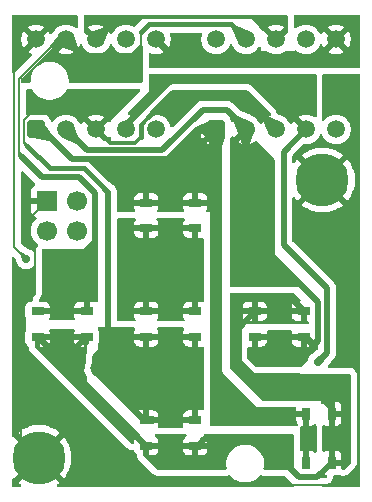
<source format=gbr>
%TF.GenerationSoftware,KiCad,Pcbnew,9.0.1*%
%TF.CreationDate,2025-07-06T22:17:39-07:00*%
%TF.ProjectId,pcb,7063622e-6b69-4636-9164-5f7063625858,rev?*%
%TF.SameCoordinates,Original*%
%TF.FileFunction,Copper,L1,Top*%
%TF.FilePolarity,Positive*%
%FSLAX46Y46*%
G04 Gerber Fmt 4.6, Leading zero omitted, Abs format (unit mm)*
G04 Created by KiCad (PCBNEW 9.0.1) date 2025-07-06 22:17:39*
%MOMM*%
%LPD*%
G01*
G04 APERTURE LIST*
G04 Aperture macros list*
%AMRoundRect*
0 Rectangle with rounded corners*
0 $1 Rounding radius*
0 $2 $3 $4 $5 $6 $7 $8 $9 X,Y pos of 4 corners*
0 Add a 4 corners polygon primitive as box body*
4,1,4,$2,$3,$4,$5,$6,$7,$8,$9,$2,$3,0*
0 Add four circle primitives for the rounded corners*
1,1,$1+$1,$2,$3*
1,1,$1+$1,$4,$5*
1,1,$1+$1,$6,$7*
1,1,$1+$1,$8,$9*
0 Add four rect primitives between the rounded corners*
20,1,$1+$1,$2,$3,$4,$5,0*
20,1,$1+$1,$4,$5,$6,$7,0*
20,1,$1+$1,$6,$7,$8,$9,0*
20,1,$1+$1,$8,$9,$2,$3,0*%
G04 Aperture macros list end*
%TA.AperFunction,ComponentPad*%
%ADD10C,1.500000*%
%TD*%
%TA.AperFunction,ComponentPad*%
%ADD11RoundRect,0.225000X0.525000X-0.525000X0.525000X0.525000X-0.525000X0.525000X-0.525000X-0.525000X0*%
%TD*%
%TA.AperFunction,SMDPad,CuDef*%
%ADD12R,1.050000X0.650000*%
%TD*%
%TA.AperFunction,ComponentPad*%
%ADD13C,3.100000*%
%TD*%
%TA.AperFunction,ConnectorPad*%
%ADD14C,4.500000*%
%TD*%
%TA.AperFunction,SMDPad,CuDef*%
%ADD15R,0.650000X1.050000*%
%TD*%
%TA.AperFunction,ComponentPad*%
%ADD16R,1.700000X1.700000*%
%TD*%
%TA.AperFunction,ComponentPad*%
%ADD17C,1.700000*%
%TD*%
%TA.AperFunction,ViaPad*%
%ADD18C,0.700000*%
%TD*%
%TA.AperFunction,ViaPad*%
%ADD19C,0.600000*%
%TD*%
%TA.AperFunction,Conductor*%
%ADD20C,0.200000*%
%TD*%
%TA.AperFunction,Conductor*%
%ADD21C,0.500000*%
%TD*%
%TA.AperFunction,Conductor*%
%ADD22C,0.300000*%
%TD*%
%TA.AperFunction,Conductor*%
%ADD23C,0.400000*%
%TD*%
%TA.AperFunction,Conductor*%
%ADD24C,1.000000*%
%TD*%
G04 APERTURE END LIST*
D10*
%TO.P,U3,10,CA_D1*%
%TO.N,Net-(D4-A)*%
X147790000Y-82590000D03*
%TO.P,U3,9,g*%
%TO.N,/SEG6*%
X150330000Y-82590000D03*
%TO.P,U3,8,f*%
%TO.N,/SEG5*%
X152870000Y-82590000D03*
%TO.P,U3,7,a*%
%TO.N,/SEG0*%
X155410000Y-82590000D03*
%TO.P,U3,6,b*%
%TO.N,/SEG1*%
X157950000Y-82590000D03*
%TO.P,U3,5,CA_D2*%
%TO.N,Net-(D3-A)*%
X157950000Y-90210000D03*
%TO.P,U3,4,c*%
%TO.N,/SEG2*%
X155410000Y-90210000D03*
%TO.P,U3,3,e*%
%TO.N,/SEG4*%
X152870000Y-90210000D03*
%TO.P,U3,2,DP*%
%TO.N,/SEG7*%
X150330000Y-90210000D03*
D11*
%TO.P,U3,1,d*%
%TO.N,/SEG3*%
X147790000Y-90210000D03*
%TD*%
D12*
%TO.P,SW1,1,1*%
%TO.N,/SEG3*%
X141875000Y-96425000D03*
X146025000Y-96425000D03*
%TO.P,SW1,2,2*%
%TO.N,Net-(R10-Pad1)*%
X141875000Y-98575000D03*
X146025000Y-98575000D03*
%TD*%
%TO.P,SW5,1,1*%
%TO.N,/SEG7*%
X155225000Y-107775000D03*
X151075000Y-107775000D03*
%TO.P,SW5,2,2*%
%TO.N,Net-(R9-Pad1)*%
X155225000Y-105625000D03*
X151075000Y-105625000D03*
%TD*%
%TO.P,SW4,1,1*%
%TO.N,/SEG6*%
X132675000Y-105625000D03*
X136825000Y-105625000D03*
%TO.P,SW4,2,2*%
%TO.N,Net-(R9-Pad1)*%
X132675000Y-107775000D03*
X136825000Y-107775000D03*
%TD*%
D13*
%TO.P,H3,1,1*%
%TO.N,GND*%
X156800000Y-94500000D03*
D14*
X156800000Y-94500000D03*
%TD*%
D15*
%TO.P,SW6,1,1*%
%TO.N,/SEG3*%
X155425000Y-118450000D03*
X155425000Y-114300000D03*
%TO.P,SW6,2,2*%
%TO.N,Net-(R9-Pad1)*%
X157575000Y-118450000D03*
X157575000Y-114300000D03*
%TD*%
D11*
%TO.P,U2,1,d*%
%TO.N,/SEG3*%
X132550000Y-90210000D03*
D10*
%TO.P,U2,2,DP*%
%TO.N,/SEG7*%
X135090000Y-90210000D03*
%TO.P,U2,3,e*%
%TO.N,/SEG4*%
X137630000Y-90210000D03*
%TO.P,U2,4,c*%
%TO.N,/SEG2*%
X140170000Y-90210000D03*
%TO.P,U2,5,CA_D2*%
%TO.N,Net-(D2-A)*%
X142710000Y-90210000D03*
%TO.P,U2,6,b*%
%TO.N,/SEG1*%
X142710000Y-82590000D03*
%TO.P,U2,7,a*%
%TO.N,/SEG0*%
X140170000Y-82590000D03*
%TO.P,U2,8,f*%
%TO.N,/SEG5*%
X137630000Y-82590000D03*
%TO.P,U2,9,g*%
%TO.N,/SEG6*%
X135090000Y-82590000D03*
%TO.P,U2,10,CA_D1*%
%TO.N,Net-(D1-A)*%
X132550000Y-82590000D03*
%TD*%
D12*
%TO.P,SW2,1,1*%
%TO.N,/SEG4*%
X146025000Y-107775000D03*
X141875000Y-107775000D03*
%TO.P,SW2,2,2*%
%TO.N,Net-(R10-Pad1)*%
X146025000Y-105625000D03*
X141875000Y-105625000D03*
%TD*%
D16*
%TO.P,J1,1,Pin_1*%
%TO.N,GND*%
X133480000Y-96260000D03*
D17*
%TO.P,J1,2,Pin_2*%
%TO.N,/SCL*%
X133480000Y-98800000D03*
%TO.P,J1,3,Pin_3*%
%TO.N,/SDA*%
X136020000Y-96260000D03*
%TO.P,J1,4,Pin_4*%
%TO.N,+5V*%
X136020000Y-98800000D03*
%TD*%
D12*
%TO.P,SW3,1,1*%
%TO.N,/SEG4*%
X141875000Y-114835000D03*
X146025000Y-114835000D03*
%TO.P,SW3,2,2*%
%TO.N,Net-(R9-Pad1)*%
X141875000Y-116985000D03*
X146025000Y-116985000D03*
%TD*%
D13*
%TO.P,H4,1,1*%
%TO.N,GND*%
X132800000Y-118000000D03*
D14*
X132800000Y-118000000D03*
%TD*%
D18*
%TO.N,GND*%
X131250000Y-113020000D03*
X131250000Y-114544000D03*
X140668000Y-119624000D03*
X139144000Y-119624000D03*
X137620000Y-119624000D03*
X136096000Y-119624000D03*
%TO.N,Net-(D1-A)*%
X131724500Y-101195500D03*
%TO.N,/SEG2*%
X156426000Y-109895000D03*
%TO.N,/SEG3*%
X151092000Y-114086000D03*
%TO.N,/SEG4*%
X137503000Y-110612000D03*
%TO.N,/SEG6*%
X136868000Y-104307000D03*
%TO.N,/SEG7*%
X156045000Y-108498000D03*
D19*
%TO.N,Net-(R9-Pad1)*%
X154267000Y-104688000D03*
%TO.N,Net-(R10-Pad1)*%
X139789000Y-105323000D03*
%TD*%
D20*
%TO.N,GND*%
X131250000Y-113020000D02*
X131250000Y-114544000D01*
X131250000Y-114544000D02*
X131250000Y-116450000D01*
%TO.N,/SEG6*%
X131099000Y-92315000D02*
X131280000Y-92496000D01*
%TO.N,/SEG4*%
X131499000Y-91318000D02*
X131788000Y-91607000D01*
D21*
%TO.N,/SEG3*%
X147790000Y-90210000D02*
X146266000Y-90210000D01*
X146266000Y-90210000D02*
X143726000Y-92750000D01*
X143726000Y-92750000D02*
X135563343Y-92750000D01*
X135563343Y-92750000D02*
X133023343Y-90210000D01*
%TO.N,/SEG7*%
X135090000Y-90210000D02*
X136868000Y-91988000D01*
X136868000Y-91988000D02*
X143218000Y-91988000D01*
X143218000Y-91988000D02*
X146647000Y-88559000D01*
X146647000Y-88559000D02*
X148679000Y-88559000D01*
X148679000Y-88559000D02*
X150330000Y-90210000D01*
D22*
%TO.N,/SEG4*%
X137630000Y-90210000D02*
X138773000Y-91353000D01*
X138773000Y-91353000D02*
X140932000Y-91353000D01*
X140932000Y-91353000D02*
X141440000Y-90845000D01*
D20*
X137630000Y-90210000D02*
X136360000Y-88940000D01*
X136360000Y-88940000D02*
X132019890Y-88940000D01*
X132019890Y-88940000D02*
X131499000Y-89460890D01*
X131499000Y-89460890D02*
X131499000Y-91318000D01*
D23*
X131788000Y-91607000D02*
X133693000Y-93512000D01*
D20*
%TO.N,Net-(R9-Pad1)*%
X146025000Y-116985000D02*
X146225000Y-116985000D01*
D21*
X146750000Y-116460000D02*
X151561000Y-116460000D01*
X146225000Y-116985000D02*
X146750000Y-116460000D01*
X151561000Y-116460000D02*
X154775000Y-119674000D01*
X154775000Y-119674000D02*
X156351000Y-119674000D01*
X156351000Y-119674000D02*
X157575000Y-118450000D01*
D20*
%TO.N,/SEG6*%
X135090000Y-82590000D02*
X134455000Y-82590000D01*
X136825000Y-104350000D02*
X136868000Y-104307000D01*
D21*
X133058000Y-94274000D02*
X136227445Y-94274000D01*
D20*
X134455000Y-82590000D02*
X131099000Y-85946000D01*
X131099000Y-85946000D02*
X131099000Y-92315000D01*
D21*
X136227445Y-94274000D02*
X137571000Y-95617555D01*
X137571000Y-95617555D02*
X137571000Y-103604000D01*
X137571000Y-103604000D02*
X136868000Y-104307000D01*
X131280000Y-92496000D02*
X133058000Y-94274000D01*
X136825000Y-105625000D02*
X136825000Y-104350000D01*
%TO.N,/SEG4*%
X138646000Y-107863000D02*
X138646000Y-108371000D01*
X138646000Y-108371000D02*
X137503000Y-109514000D01*
X137503000Y-109514000D02*
X137503000Y-110612000D01*
D20*
X141875000Y-114835000D02*
X141675000Y-114835000D01*
X137503000Y-110663000D02*
X137503000Y-110612000D01*
D21*
X141675000Y-114835000D02*
X137503000Y-110663000D01*
D20*
%TO.N,Net-(D1-A)*%
X131724500Y-101195500D02*
X130699000Y-100170000D01*
X130699000Y-100170000D02*
X130699000Y-84441000D01*
X130699000Y-84441000D02*
X132550000Y-82590000D01*
%TO.N,GND*%
X133480000Y-96260000D02*
X131915000Y-97825000D01*
X131915000Y-97825000D02*
X131915000Y-99735000D01*
X131915000Y-99735000D02*
X132423000Y-100243000D01*
X132423000Y-100243000D02*
X132423000Y-104112000D01*
X132423000Y-104112000D02*
X131250000Y-105285000D01*
X131250000Y-105285000D02*
X131250000Y-113020000D01*
X131250000Y-116450000D02*
X132800000Y-118000000D01*
D21*
%TO.N,/SEG2*%
X157061000Y-109260000D02*
X157188000Y-109133000D01*
X153505000Y-99984950D02*
X153505000Y-92115000D01*
X157188000Y-109133000D02*
X157188000Y-103667950D01*
X157188000Y-103667950D02*
X153505000Y-99984950D01*
X153505000Y-92115000D02*
X155410000Y-90210000D01*
D22*
%TO.N,/SEG5*%
X150965000Y-80685000D02*
X139535000Y-80685000D01*
%TO.N,/SEG4*%
X141440000Y-89829000D02*
X142329000Y-88940000D01*
D21*
%TO.N,/SEG2*%
X140170000Y-90210000D02*
X140170000Y-89829000D01*
X140170000Y-89829000D02*
X144107000Y-85892000D01*
X144107000Y-85892000D02*
X151092000Y-85892000D01*
X151092000Y-85892000D02*
X155410000Y-90210000D01*
D20*
%TO.N,/SEG6*%
X135090000Y-82590000D02*
X136360000Y-83860000D01*
X136360000Y-83860000D02*
X140678000Y-83860000D01*
X140678000Y-83860000D02*
X141440000Y-83098000D01*
X141440000Y-83098000D02*
X141440000Y-81955000D01*
D23*
X141440000Y-81955000D02*
X142075000Y-81320000D01*
X142075000Y-81320000D02*
X149060000Y-81320000D01*
X149060000Y-81320000D02*
X150330000Y-82590000D01*
D22*
%TO.N,/SEG5*%
X152870000Y-82590000D02*
X150965000Y-80685000D01*
X139535000Y-80685000D02*
X137630000Y-82590000D01*
D21*
%TO.N,/SEG4*%
X141875000Y-107775000D02*
X138734000Y-107775000D01*
D20*
X138734000Y-107775000D02*
X138646000Y-107863000D01*
D21*
X138646000Y-95544000D02*
X138646000Y-107863000D01*
D23*
X133693000Y-93512000D02*
X136614000Y-93512000D01*
X136614000Y-93512000D02*
X138646000Y-95544000D01*
D20*
%TO.N,/SEG3*%
X133023343Y-90210000D02*
X132550000Y-90210000D01*
D23*
%TO.N,/SEG4*%
X141440000Y-90845000D02*
X141440000Y-89829000D01*
D21*
X142329000Y-88940000D02*
X144107000Y-87162000D01*
X144107000Y-87162000D02*
X149822000Y-87162000D01*
X149822000Y-87162000D02*
X152870000Y-90210000D01*
%TO.N,/SEG1*%
X142710000Y-82590000D02*
X144615000Y-84495000D01*
X144615000Y-84495000D02*
X156045000Y-84495000D01*
X156045000Y-84495000D02*
X157950000Y-82590000D01*
%TO.N,Net-(R10-Pad1)*%
X141875000Y-105625000D02*
X141875000Y-98575000D01*
X140091000Y-105625000D02*
X139789000Y-105323000D01*
X141875000Y-105625000D02*
X140091000Y-105625000D01*
D20*
%TO.N,GND*%
X159899000Y-118741000D02*
X159899000Y-97599000D01*
X135109000Y-120309000D02*
X158331000Y-120309000D01*
X132800000Y-118000000D02*
X135109000Y-120309000D01*
X159899000Y-97599000D02*
X156800000Y-94500000D01*
X158331000Y-120309000D02*
X159899000Y-118741000D01*
D21*
%TO.N,/SEG2*%
X156426000Y-109895000D02*
X157061000Y-109260000D01*
%TO.N,/SEG3*%
X151306000Y-114300000D02*
X151092000Y-114086000D01*
X155425000Y-118450000D02*
X155425000Y-114300000D01*
X141875000Y-96425000D02*
X146025000Y-96425000D01*
X146025000Y-96425000D02*
X147655000Y-96425000D01*
X155425000Y-114300000D02*
X151306000Y-114300000D01*
D24*
X147790000Y-90210000D02*
X147790000Y-96560000D01*
X147790000Y-96560000D02*
X147790000Y-110784000D01*
D21*
X147790000Y-110784000D02*
X151092000Y-114086000D01*
D20*
X147655000Y-96425000D02*
X147790000Y-96560000D01*
D21*
%TO.N,/SEG4*%
X146025000Y-107775000D02*
X141875000Y-107775000D01*
X141875000Y-114835000D02*
X146025000Y-114835000D01*
%TO.N,/SEG6*%
X132675000Y-105625000D02*
X136825000Y-105625000D01*
D20*
%TO.N,/SEG7*%
X155225000Y-107775000D02*
X155425000Y-107775000D01*
X156045000Y-108395000D02*
X156045000Y-108498000D01*
D21*
X156426000Y-104815000D02*
X156426000Y-108117000D01*
X156426000Y-108117000D02*
X156045000Y-108498000D01*
X155425000Y-107775000D02*
X156045000Y-108395000D01*
X150330000Y-90210000D02*
X150330000Y-98719000D01*
X151075000Y-107775000D02*
X155225000Y-107775000D01*
X150330000Y-98719000D02*
X156426000Y-104815000D01*
%TO.N,Net-(R9-Pad1)*%
X134781000Y-109819000D02*
X136825000Y-107775000D01*
X151075000Y-105625000D02*
X149695000Y-107005000D01*
D20*
X157575000Y-113838000D02*
X157575000Y-114300000D01*
D21*
X157575000Y-118450000D02*
X157575000Y-114300000D01*
D20*
X132675000Y-107775000D02*
X132675000Y-107785000D01*
D21*
X150884000Y-111084000D02*
X154821000Y-111084000D01*
X149695000Y-107005000D02*
X149695000Y-109895000D01*
X154288000Y-104688000D02*
X155225000Y-105625000D01*
X141875000Y-116985000D02*
X134709000Y-109819000D01*
X154821000Y-111084000D02*
X157575000Y-113838000D01*
D20*
X134709000Y-109819000D02*
X134781000Y-109819000D01*
D21*
X149695000Y-109895000D02*
X150884000Y-111084000D01*
D20*
X154267000Y-104688000D02*
X154288000Y-104688000D01*
D21*
X132675000Y-107785000D02*
X134709000Y-109819000D01*
X155225000Y-105625000D02*
X151075000Y-105625000D01*
X146025000Y-116985000D02*
X141875000Y-116985000D01*
%TO.N,Net-(R10-Pad1)*%
X141875000Y-105625000D02*
X146025000Y-105625000D01*
X141875000Y-98575000D02*
X146025000Y-98575000D01*
%TD*%
%TA.AperFunction,Conductor*%
%TO.N,GND*%
G36*
X131770278Y-118879466D02*
G01*
X131920534Y-119029722D01*
X132038281Y-119115270D01*
X131039845Y-120113706D01*
X131206142Y-120246323D01*
X131206144Y-120246324D01*
X131244629Y-120270506D01*
X131290920Y-120322841D01*
X131301568Y-120391894D01*
X131273193Y-120455743D01*
X131214803Y-120494115D01*
X131178657Y-120499500D01*
X130624500Y-120499500D01*
X130557461Y-120479815D01*
X130511706Y-120427011D01*
X130500500Y-120375500D01*
X130500500Y-119880878D01*
X130520185Y-119813839D01*
X130572989Y-119768084D01*
X130631453Y-119757073D01*
X130686293Y-119760152D01*
X131684728Y-118761716D01*
X131770278Y-118879466D01*
G37*
%TD.AperFunction*%
%TA.AperFunction,Conductor*%
G36*
X130705703Y-101026384D02*
G01*
X130712181Y-101032416D01*
X130717001Y-101037236D01*
X130742834Y-101075012D01*
X130935250Y-101512686D01*
X130935260Y-101512709D01*
X130936241Y-101514939D01*
X130970797Y-101598363D01*
X130982379Y-101615696D01*
X130984410Y-101619823D01*
X130985375Y-101621587D01*
X130985585Y-101621896D01*
X130985586Y-101621898D01*
X131040789Y-101703122D01*
X131041334Y-101703930D01*
X131063875Y-101737663D01*
X131063878Y-101737667D01*
X131182337Y-101856126D01*
X131240973Y-101895305D01*
X131321637Y-101949203D01*
X131476418Y-102013316D01*
X131640728Y-102045999D01*
X131640732Y-102046000D01*
X131640733Y-102046000D01*
X131808268Y-102046000D01*
X131808269Y-102045999D01*
X131972582Y-102013316D01*
X132127363Y-101949203D01*
X132266662Y-101856126D01*
X132266665Y-101856123D01*
X132306319Y-101816470D01*
X132367642Y-101782985D01*
X132437334Y-101787969D01*
X132493267Y-101829841D01*
X132517684Y-101895305D01*
X132518000Y-101904151D01*
X132518000Y-104027051D01*
X132518001Y-104027086D01*
X132518001Y-104099986D01*
X132498316Y-104167025D01*
X132481682Y-104187667D01*
X132438480Y-104230869D01*
X132425957Y-104243847D01*
X132419945Y-104250304D01*
X132407851Y-104263767D01*
X132330066Y-104384804D01*
X132330056Y-104384822D01*
X132301298Y-104447796D01*
X132301045Y-104448345D01*
X132260505Y-104586418D01*
X132260505Y-104675500D01*
X132240820Y-104742539D01*
X132188016Y-104788294D01*
X132136508Y-104799500D01*
X132102131Y-104799500D01*
X132102123Y-104799501D01*
X132042516Y-104805908D01*
X131907671Y-104856202D01*
X131907664Y-104856206D01*
X131792455Y-104942452D01*
X131792452Y-104942455D01*
X131706206Y-105057664D01*
X131706202Y-105057671D01*
X131655910Y-105192513D01*
X131655909Y-105192517D01*
X131649500Y-105252127D01*
X131649500Y-105252134D01*
X131649500Y-105252135D01*
X131649500Y-105997870D01*
X131649501Y-105997876D01*
X131655908Y-106057482D01*
X131657676Y-106064960D01*
X131661000Y-106093479D01*
X131661000Y-107252066D01*
X131665536Y-107260374D01*
X131660554Y-107330059D01*
X131655910Y-107342510D01*
X131655909Y-107342516D01*
X131655909Y-107342517D01*
X131649500Y-107402127D01*
X131649500Y-107402134D01*
X131649500Y-107402135D01*
X131649500Y-108147870D01*
X131649501Y-108147876D01*
X131655908Y-108207483D01*
X131706202Y-108342328D01*
X131706206Y-108342335D01*
X131775358Y-108434709D01*
X131792454Y-108457546D01*
X131870113Y-108515681D01*
X131888958Y-108540856D01*
X131909246Y-108564884D01*
X131910325Y-108569399D01*
X131911983Y-108571614D01*
X131918755Y-108598873D01*
X131919500Y-108604571D01*
X131919500Y-108606000D01*
X131931051Y-108713447D01*
X131936889Y-108740285D01*
X131936890Y-108740290D01*
X131987171Y-108875098D01*
X132073396Y-108990280D01*
X132073400Y-108990284D01*
X132073405Y-108990290D01*
X140280853Y-117197738D01*
X140280877Y-117197761D01*
X140293839Y-117210270D01*
X140300317Y-117216302D01*
X140313765Y-117228383D01*
X140434805Y-117306170D01*
X140434810Y-117306172D01*
X140434815Y-117306175D01*
X140463528Y-117319287D01*
X140497938Y-117335002D01*
X140498349Y-117335191D01*
X140498358Y-117335193D01*
X140498361Y-117335195D01*
X140498364Y-117335197D01*
X140636417Y-117375731D01*
X140754239Y-117375730D01*
X140821279Y-117395414D01*
X140867034Y-117448218D01*
X140870422Y-117456396D01*
X140906203Y-117552330D01*
X140906206Y-117552335D01*
X140975358Y-117644709D01*
X140992454Y-117667546D01*
X141070113Y-117725681D01*
X141089247Y-117751242D01*
X141109638Y-117775784D01*
X141110561Y-117779714D01*
X141111983Y-117781614D01*
X141118878Y-117809847D01*
X141119500Y-117814917D01*
X141119500Y-117816000D01*
X141131051Y-117923447D01*
X141134109Y-117937505D01*
X141134110Y-117937510D01*
X141134750Y-117939227D01*
X141134751Y-117939230D01*
X141163754Y-118016988D01*
X141183876Y-118070938D01*
X141184392Y-118072320D01*
X141192927Y-118083721D01*
X141270616Y-118187500D01*
X141270620Y-118187504D01*
X141270625Y-118187510D01*
X141880853Y-118797737D01*
X142443239Y-119360123D01*
X142443255Y-119360137D01*
X142443262Y-119360144D01*
X142483480Y-119396271D01*
X142483492Y-119396281D01*
X142483500Y-119396288D01*
X142498778Y-119408600D01*
X142504143Y-119412923D01*
X142526084Y-119428744D01*
X142548026Y-119444567D01*
X142678903Y-119504338D01*
X142745942Y-119524023D01*
X142745946Y-119524024D01*
X142888362Y-119544500D01*
X142888365Y-119544500D01*
X148571600Y-119544500D01*
X148583958Y-119543970D01*
X148614866Y-119542645D01*
X148636015Y-119540828D01*
X148678960Y-119535277D01*
X148815797Y-119490811D01*
X148851605Y-119473204D01*
X148920451Y-119461287D01*
X148984811Y-119488482D01*
X149006636Y-119511590D01*
X149029207Y-119542656D01*
X149029208Y-119542657D01*
X149029209Y-119542658D01*
X149207345Y-119720794D01*
X149207350Y-119720798D01*
X149335411Y-119813839D01*
X149411155Y-119868870D01*
X149554184Y-119941747D01*
X149635616Y-119983239D01*
X149635618Y-119983239D01*
X149635621Y-119983241D01*
X149875215Y-120061090D01*
X150124038Y-120100500D01*
X150124039Y-120100500D01*
X150375961Y-120100500D01*
X150375962Y-120100500D01*
X150624785Y-120061090D01*
X150864379Y-119983241D01*
X151088845Y-119868870D01*
X151292656Y-119720793D01*
X151470793Y-119542656D01*
X151493923Y-119510819D01*
X151549249Y-119468155D01*
X151618862Y-119462174D01*
X151645749Y-119470909D01*
X151718945Y-119504338D01*
X151785984Y-119524023D01*
X151785988Y-119524024D01*
X151928404Y-119544500D01*
X153532771Y-119544500D01*
X153599810Y-119564185D01*
X153620452Y-119580819D01*
X154192048Y-120152415D01*
X154192049Y-120152416D01*
X154296584Y-120256951D01*
X154327821Y-120277823D01*
X154334993Y-120284454D01*
X154348113Y-120306394D01*
X154364506Y-120326009D01*
X154365745Y-120335879D01*
X154370853Y-120344420D01*
X154370028Y-120369974D01*
X154373214Y-120395334D01*
X154368920Y-120404307D01*
X154368600Y-120414253D01*
X154354091Y-120435304D01*
X154343060Y-120458362D01*
X154334596Y-120463590D01*
X154328950Y-120471783D01*
X154305365Y-120481647D01*
X154283617Y-120495082D01*
X154268318Y-120497142D01*
X154264491Y-120498743D01*
X154261007Y-120498126D01*
X154250811Y-120499500D01*
X134421343Y-120499500D01*
X134354304Y-120479815D01*
X134308549Y-120427011D01*
X134298605Y-120357853D01*
X134327630Y-120294297D01*
X134355371Y-120270506D01*
X134393851Y-120246326D01*
X134560153Y-120113706D01*
X133561717Y-119115270D01*
X133679466Y-119029722D01*
X133829722Y-118879466D01*
X133915270Y-118761717D01*
X134913706Y-119760153D01*
X135046326Y-119593851D01*
X135210658Y-119332320D01*
X135344671Y-119054039D01*
X135446685Y-118762499D01*
X135515416Y-118461367D01*
X135515418Y-118461355D01*
X135549999Y-118154441D01*
X135550000Y-118154439D01*
X135550000Y-117845560D01*
X135549999Y-117845558D01*
X135515418Y-117538644D01*
X135515416Y-117538632D01*
X135446685Y-117237500D01*
X135344671Y-116945960D01*
X135210658Y-116667679D01*
X135046324Y-116406144D01*
X135046323Y-116406142D01*
X134913706Y-116239845D01*
X133915270Y-117238281D01*
X133829722Y-117120534D01*
X133679466Y-116970278D01*
X133561716Y-116884728D01*
X134560152Y-115886293D01*
X134393845Y-115753669D01*
X134132320Y-115589341D01*
X133854039Y-115455328D01*
X133562498Y-115353314D01*
X133562500Y-115353314D01*
X133261367Y-115284583D01*
X133261355Y-115284581D01*
X132954441Y-115250000D01*
X132645558Y-115250000D01*
X132338644Y-115284581D01*
X132338632Y-115284583D01*
X132037500Y-115353314D01*
X131745960Y-115455328D01*
X131467679Y-115589341D01*
X131206144Y-115753675D01*
X131206140Y-115753678D01*
X131039845Y-115886292D01*
X132038282Y-116884729D01*
X131920534Y-116970278D01*
X131770278Y-117120534D01*
X131684729Y-117238282D01*
X130686292Y-116239845D01*
X130631452Y-116242925D01*
X130619252Y-116240075D01*
X130606853Y-116241858D01*
X130585873Y-116232276D01*
X130563414Y-116227030D01*
X130554692Y-116218037D01*
X130543297Y-116212833D01*
X130530827Y-116193429D01*
X130514771Y-116176874D01*
X130511387Y-116163179D01*
X130505523Y-116154055D01*
X130500500Y-116119120D01*
X130500500Y-101120097D01*
X130520185Y-101053058D01*
X130572989Y-101007303D01*
X130642147Y-100997359D01*
X130705703Y-101026384D01*
G37*
%TD.AperFunction*%
%TA.AperFunction,Conductor*%
G36*
X159942539Y-85528185D02*
G01*
X159988294Y-85580989D01*
X159999500Y-85632500D01*
X159999500Y-120375500D01*
X159979815Y-120442539D01*
X159927011Y-120488294D01*
X159875500Y-120499500D01*
X156875190Y-120499500D01*
X156846616Y-120491109D01*
X156817422Y-120485222D01*
X156813453Y-120481371D01*
X156808151Y-120479815D01*
X156788654Y-120457315D01*
X156767273Y-120436573D01*
X156766015Y-120431188D01*
X156762396Y-120427011D01*
X156758157Y-120397534D01*
X156751386Y-120368533D01*
X156753238Y-120363325D01*
X156752452Y-120357853D01*
X156764823Y-120330762D01*
X156774806Y-120302705D01*
X156779857Y-120297844D01*
X156781477Y-120294297D01*
X156799381Y-120277373D01*
X156802762Y-120274760D01*
X156829416Y-120256952D01*
X156841651Y-120244716D01*
X156847921Y-120239873D01*
X156873381Y-120229933D01*
X156897372Y-120216834D01*
X156910574Y-120215414D01*
X156913007Y-120214465D01*
X156915231Y-120214913D01*
X156923730Y-120214000D01*
X157098537Y-120214000D01*
X157098540Y-120214000D01*
X157223555Y-120198297D01*
X157266208Y-120187410D01*
X157282971Y-120183132D01*
X157282972Y-120183131D01*
X157282982Y-120183129D01*
X157400232Y-120136996D01*
X157515413Y-120050771D01*
X157564818Y-120001365D01*
X157651038Y-119886187D01*
X157695089Y-119768084D01*
X157701320Y-119751380D01*
X157701320Y-119751377D01*
X157716172Y-119683106D01*
X157716172Y-119683103D01*
X157716408Y-119680912D01*
X157716488Y-119678684D01*
X157722784Y-119590653D01*
X157747201Y-119525189D01*
X157803134Y-119483317D01*
X157846468Y-119475499D01*
X157947871Y-119475499D01*
X157947872Y-119475499D01*
X158007483Y-119469091D01*
X158081254Y-119441575D01*
X158150944Y-119436590D01*
X158184010Y-119448922D01*
X158304015Y-119514449D01*
X158444607Y-119545032D01*
X158505576Y-119549392D01*
X158514297Y-119550016D01*
X158514299Y-119550016D01*
X158514300Y-119550016D01*
X158523878Y-119549330D01*
X158657810Y-119539752D01*
X158792619Y-119489470D01*
X158853942Y-119455985D01*
X158969123Y-119369761D01*
X159541123Y-118797761D01*
X159577288Y-118757500D01*
X159593922Y-118736858D01*
X159625567Y-118692974D01*
X159685338Y-118562097D01*
X159705023Y-118495058D01*
X159705024Y-118495054D01*
X159725500Y-118352638D01*
X159725500Y-111035000D01*
X159713947Y-110927544D01*
X159702741Y-110876033D01*
X159702637Y-110875722D01*
X159668616Y-110773502D01*
X159668613Y-110773496D01*
X159590828Y-110652462D01*
X159590825Y-110652457D01*
X159590820Y-110652451D01*
X159545076Y-110599659D01*
X159545072Y-110599656D01*
X159545070Y-110599653D01*
X159436336Y-110505433D01*
X159436333Y-110505431D01*
X159436331Y-110505430D01*
X159305465Y-110445664D01*
X159305460Y-110445662D01*
X159305459Y-110445662D01*
X159238420Y-110425977D01*
X159238422Y-110425977D01*
X159238417Y-110425976D01*
X159190944Y-110419150D01*
X159096000Y-110405500D01*
X159095998Y-110405500D01*
X157358061Y-110405500D01*
X157291022Y-110385815D01*
X157245267Y-110333011D01*
X157235323Y-110263853D01*
X157258398Y-110207722D01*
X157353065Y-110079840D01*
X157491647Y-109892637D01*
X157503617Y-109878748D01*
X157529206Y-109853160D01*
X157529211Y-109853156D01*
X157539414Y-109842952D01*
X157539416Y-109842952D01*
X157770951Y-109611416D01*
X157778521Y-109600087D01*
X157853084Y-109488495D01*
X157909658Y-109351913D01*
X157938500Y-109206918D01*
X157938500Y-103594032D01*
X157929244Y-103547500D01*
X157909659Y-103449038D01*
X157855408Y-103318067D01*
X157853764Y-103313472D01*
X157770954Y-103189538D01*
X157770953Y-103189537D01*
X157770951Y-103189534D01*
X157666416Y-103084999D01*
X154291819Y-99710401D01*
X154258334Y-99649078D01*
X154255500Y-99622720D01*
X154255500Y-96049726D01*
X154275185Y-95982687D01*
X154327989Y-95936932D01*
X154397147Y-95926988D01*
X154460703Y-95956013D01*
X154484494Y-95983754D01*
X154553669Y-96093845D01*
X154686293Y-96260152D01*
X155684728Y-95261716D01*
X155770278Y-95379466D01*
X155920534Y-95529722D01*
X156038281Y-95615270D01*
X155039845Y-96613706D01*
X155206142Y-96746323D01*
X155206144Y-96746324D01*
X155467679Y-96910658D01*
X155745960Y-97044671D01*
X156037501Y-97146685D01*
X156037499Y-97146685D01*
X156338632Y-97215416D01*
X156338644Y-97215418D01*
X156645558Y-97249999D01*
X156645560Y-97250000D01*
X156954440Y-97250000D01*
X156954441Y-97249999D01*
X157261355Y-97215418D01*
X157261367Y-97215416D01*
X157562499Y-97146685D01*
X157854039Y-97044671D01*
X158132320Y-96910658D01*
X158393851Y-96746326D01*
X158560153Y-96613706D01*
X157561717Y-95615270D01*
X157679466Y-95529722D01*
X157829722Y-95379466D01*
X157915270Y-95261717D01*
X158913706Y-96260153D01*
X159046326Y-96093851D01*
X159210658Y-95832320D01*
X159344671Y-95554039D01*
X159446685Y-95262499D01*
X159515416Y-94961367D01*
X159515418Y-94961355D01*
X159549999Y-94654441D01*
X159550000Y-94654439D01*
X159550000Y-94345560D01*
X159549999Y-94345558D01*
X159515418Y-94038644D01*
X159515416Y-94038632D01*
X159446685Y-93737500D01*
X159344671Y-93445960D01*
X159210658Y-93167679D01*
X159046324Y-92906144D01*
X159046323Y-92906142D01*
X158913706Y-92739845D01*
X157915270Y-93738281D01*
X157829722Y-93620534D01*
X157679466Y-93470278D01*
X157561716Y-93384728D01*
X158560152Y-92386293D01*
X158393845Y-92253669D01*
X158132320Y-92089341D01*
X157854039Y-91955328D01*
X157562498Y-91853314D01*
X157562500Y-91853314D01*
X157261367Y-91784583D01*
X157261355Y-91784581D01*
X156954441Y-91750000D01*
X156645558Y-91750000D01*
X156338644Y-91784581D01*
X156338632Y-91784583D01*
X156037500Y-91853314D01*
X155745960Y-91955328D01*
X155467679Y-92089341D01*
X155206144Y-92253675D01*
X155206140Y-92253678D01*
X155039845Y-92386292D01*
X156038282Y-93384729D01*
X155920534Y-93470278D01*
X155770278Y-93620534D01*
X155684729Y-93738282D01*
X154686292Y-92739845D01*
X154553678Y-92906140D01*
X154553666Y-92906157D01*
X154484493Y-93016245D01*
X154432159Y-93062536D01*
X154363105Y-93073184D01*
X154299257Y-93044809D01*
X154260885Y-92986419D01*
X154255500Y-92950273D01*
X154255500Y-92477229D01*
X154264144Y-92447788D01*
X154270668Y-92417802D01*
X154274422Y-92412786D01*
X154275185Y-92410190D01*
X154291815Y-92389552D01*
X155188596Y-91492770D01*
X155249917Y-91459287D01*
X155295673Y-91457980D01*
X155311583Y-91460500D01*
X155311584Y-91460500D01*
X155508422Y-91460500D01*
X155702826Y-91429709D01*
X155890025Y-91368884D01*
X156065405Y-91279524D01*
X156224646Y-91163828D01*
X156363828Y-91024646D01*
X156479524Y-90865405D01*
X156568884Y-90690025D01*
X156569515Y-90688787D01*
X156617489Y-90637990D01*
X156685310Y-90621195D01*
X156751445Y-90643732D01*
X156790485Y-90688787D01*
X156880474Y-90865403D01*
X156915234Y-90913246D01*
X156996172Y-91024646D01*
X157135354Y-91163828D01*
X157294595Y-91279524D01*
X157377455Y-91321743D01*
X157469970Y-91368882D01*
X157469972Y-91368882D01*
X157469975Y-91368884D01*
X157570317Y-91401487D01*
X157657173Y-91429709D01*
X157851578Y-91460500D01*
X157851583Y-91460500D01*
X158048422Y-91460500D01*
X158242826Y-91429709D01*
X158430025Y-91368884D01*
X158605405Y-91279524D01*
X158764646Y-91163828D01*
X158903828Y-91024646D01*
X159019524Y-90865405D01*
X159108884Y-90690025D01*
X159169709Y-90502826D01*
X159191860Y-90362971D01*
X159200500Y-90308422D01*
X159200500Y-90111577D01*
X159169709Y-89917173D01*
X159108882Y-89729970D01*
X159041716Y-89598150D01*
X159019524Y-89554595D01*
X158903828Y-89395354D01*
X158764646Y-89256172D01*
X158605405Y-89140476D01*
X158430029Y-89051117D01*
X158242826Y-88990290D01*
X158048422Y-88959500D01*
X158048417Y-88959500D01*
X157851583Y-88959500D01*
X157851578Y-88959500D01*
X157657173Y-88990290D01*
X157469970Y-89051117D01*
X157294594Y-89140476D01*
X157203741Y-89206485D01*
X157135354Y-89256172D01*
X157135352Y-89256174D01*
X157135351Y-89256174D01*
X156996171Y-89395354D01*
X156953080Y-89454664D01*
X156897750Y-89497329D01*
X156828136Y-89503307D01*
X156766342Y-89470700D01*
X156731985Y-89409861D01*
X156735975Y-89340105D01*
X156739970Y-89330264D01*
X156764334Y-89276915D01*
X156764334Y-89276914D01*
X156764338Y-89276906D01*
X156784023Y-89209867D01*
X156784024Y-89209863D01*
X156804500Y-89067447D01*
X156804500Y-85635000D01*
X156804500Y-85632500D01*
X156824185Y-85565461D01*
X156876989Y-85519706D01*
X156928500Y-85508500D01*
X159875500Y-85508500D01*
X159942539Y-85528185D01*
G37*
%TD.AperFunction*%
%TA.AperFunction,Conductor*%
G36*
X131504703Y-93782517D02*
G01*
X131511181Y-93788549D01*
X132470975Y-94748343D01*
X132504460Y-94809666D01*
X132499476Y-94879358D01*
X132457604Y-94935291D01*
X132426628Y-94952206D01*
X132387912Y-94966646D01*
X132387906Y-94966649D01*
X132272812Y-95052809D01*
X132272809Y-95052812D01*
X132186649Y-95167906D01*
X132186645Y-95167913D01*
X132136403Y-95302620D01*
X132136401Y-95302627D01*
X132130000Y-95362155D01*
X132130000Y-96010000D01*
X133046988Y-96010000D01*
X133014075Y-96067007D01*
X132980000Y-96194174D01*
X132980000Y-96325826D01*
X133014075Y-96452993D01*
X133046988Y-96510000D01*
X132130000Y-96510000D01*
X132130000Y-97157844D01*
X132136401Y-97217372D01*
X132136403Y-97217379D01*
X132186645Y-97352086D01*
X132186649Y-97352093D01*
X132272809Y-97467187D01*
X132272812Y-97467190D01*
X132387906Y-97553350D01*
X132387913Y-97553354D01*
X132519470Y-97602422D01*
X132575404Y-97644293D01*
X132599821Y-97709758D01*
X132584969Y-97778031D01*
X132563819Y-97806285D01*
X132449889Y-97920215D01*
X132324951Y-98092179D01*
X132228444Y-98281585D01*
X132162753Y-98483760D01*
X132129500Y-98693713D01*
X132129500Y-98906286D01*
X132162753Y-99116239D01*
X132228444Y-99318414D01*
X132324951Y-99507820D01*
X132449890Y-99679786D01*
X132449896Y-99679792D01*
X132600208Y-99830104D01*
X132647550Y-99864500D01*
X132673833Y-99883595D01*
X132716499Y-99938925D01*
X132722478Y-100008538D01*
X132694660Y-100065117D01*
X132617935Y-100153660D01*
X132617930Y-100153668D01*
X132558164Y-100284534D01*
X132538476Y-100351582D01*
X132517999Y-100494007D01*
X132517864Y-100495894D01*
X132517642Y-100496486D01*
X132517370Y-100498384D01*
X132516957Y-100498324D01*
X132493437Y-100561355D01*
X132437498Y-100603218D01*
X132367805Y-100608192D01*
X132306500Y-100574711D01*
X132266662Y-100534873D01*
X132127360Y-100441795D01*
X132045139Y-100407737D01*
X132042688Y-100406691D01*
X131604013Y-100213835D01*
X131566237Y-100188002D01*
X131335819Y-99957584D01*
X131302334Y-99896261D01*
X131299500Y-99869903D01*
X131299500Y-93876230D01*
X131319185Y-93809191D01*
X131371989Y-93763436D01*
X131441147Y-93753492D01*
X131504703Y-93782517D01*
G37*
%TD.AperFunction*%
%TD*%
%TA.AperFunction,Conductor*%
%TO.N,/SEG6*%
G36*
X137676334Y-99283180D02*
G01*
X137732267Y-99325052D01*
X137756684Y-99390516D01*
X137757000Y-99399362D01*
X137757000Y-104739561D01*
X137737315Y-104806600D01*
X137684511Y-104852355D01*
X137615353Y-104862299D01*
X137589667Y-104855743D01*
X137457379Y-104806403D01*
X137457372Y-104806401D01*
X137397844Y-104800000D01*
X137075000Y-104800000D01*
X137075000Y-105501000D01*
X137055315Y-105568039D01*
X137002511Y-105613794D01*
X136951000Y-105625000D01*
X136825000Y-105625000D01*
X136825000Y-105751000D01*
X136805315Y-105818039D01*
X136752511Y-105863794D01*
X136701000Y-105875000D01*
X135800000Y-105875000D01*
X135800000Y-105997844D01*
X135806401Y-106057372D01*
X135806403Y-106057379D01*
X135849030Y-106171667D01*
X135854014Y-106241358D01*
X135820529Y-106302681D01*
X135759206Y-106336166D01*
X135732848Y-106339000D01*
X133767152Y-106339000D01*
X133700113Y-106319315D01*
X133654358Y-106266511D01*
X133644414Y-106197353D01*
X133650970Y-106171667D01*
X133693596Y-106057379D01*
X133693598Y-106057372D01*
X133699999Y-105997844D01*
X133700000Y-105997827D01*
X133700000Y-105875000D01*
X132799000Y-105875000D01*
X132731961Y-105855315D01*
X132686206Y-105802511D01*
X132675000Y-105751000D01*
X132675000Y-105499000D01*
X132694685Y-105431961D01*
X132747489Y-105386206D01*
X132799000Y-105375000D01*
X133700000Y-105375000D01*
X133700000Y-105252172D01*
X133699999Y-105252155D01*
X135800000Y-105252155D01*
X135800000Y-105375000D01*
X136575000Y-105375000D01*
X136575000Y-104800000D01*
X136252155Y-104800000D01*
X136192627Y-104806401D01*
X136192620Y-104806403D01*
X136057913Y-104856645D01*
X136057906Y-104856649D01*
X135942812Y-104942809D01*
X135942809Y-104942812D01*
X135856649Y-105057906D01*
X135856645Y-105057913D01*
X135806403Y-105192620D01*
X135806401Y-105192627D01*
X135800000Y-105252155D01*
X133699999Y-105252155D01*
X133693598Y-105192627D01*
X133693596Y-105192620D01*
X133643354Y-105057913D01*
X133643350Y-105057906D01*
X133557190Y-104942812D01*
X133557187Y-104942809D01*
X133442093Y-104856649D01*
X133442086Y-104856645D01*
X133307379Y-104806403D01*
X133307372Y-104806401D01*
X133247844Y-104800000D01*
X132883598Y-104800000D01*
X132816559Y-104780315D01*
X132770804Y-104727511D01*
X132760860Y-104658353D01*
X132789885Y-104594797D01*
X132795917Y-104588319D01*
X132804232Y-104580003D01*
X132903520Y-104480716D01*
X132982577Y-104343784D01*
X133023501Y-104191057D01*
X133023501Y-104032942D01*
X133023501Y-104025347D01*
X133023500Y-104025329D01*
X133023500Y-100494000D01*
X133043185Y-100426961D01*
X133095989Y-100381206D01*
X133147500Y-100370000D01*
X136487000Y-100370000D01*
X137545319Y-99311681D01*
X137606642Y-99278196D01*
X137676334Y-99283180D01*
G37*
%TD.AperFunction*%
%TD*%
%TA.AperFunction,Conductor*%
%TO.N,/SEG1*%
G36*
X159942539Y-80520185D02*
G01*
X159988294Y-80572989D01*
X159999500Y-80624500D01*
X159999500Y-84879000D01*
X159979815Y-84946039D01*
X159927011Y-84991794D01*
X159875500Y-85003000D01*
X142199000Y-85003000D01*
X142131961Y-84983315D01*
X142086206Y-84930511D01*
X142075000Y-84879000D01*
X142075000Y-83868674D01*
X142094685Y-83801635D01*
X142147489Y-83755880D01*
X142216647Y-83745936D01*
X142237319Y-83750743D01*
X142417296Y-83809221D01*
X142611618Y-83840000D01*
X142808382Y-83840000D01*
X143002705Y-83809221D01*
X143189835Y-83748418D01*
X143365143Y-83659095D01*
X143400125Y-83633678D01*
X143400126Y-83633678D01*
X142651302Y-82884854D01*
X142670504Y-82890000D01*
X142749496Y-82890000D01*
X142825796Y-82869556D01*
X142894205Y-82830060D01*
X142950060Y-82774205D01*
X142989556Y-82705796D01*
X143010000Y-82629496D01*
X143010000Y-82550504D01*
X143004854Y-82531302D01*
X143753678Y-83280126D01*
X143753678Y-83280125D01*
X143779095Y-83245143D01*
X143868418Y-83069835D01*
X143929221Y-82882705D01*
X143960000Y-82688382D01*
X143960000Y-82491617D01*
X143929221Y-82297294D01*
X143892026Y-82182818D01*
X143890031Y-82112977D01*
X143926111Y-82053144D01*
X143988812Y-82022316D01*
X144009957Y-82020500D01*
X146489517Y-82020500D01*
X146556556Y-82040185D01*
X146602311Y-82092989D01*
X146612255Y-82162147D01*
X146607449Y-82182812D01*
X146596005Y-82218034D01*
X146570290Y-82297173D01*
X146539500Y-82491577D01*
X146539500Y-82688422D01*
X146570290Y-82882826D01*
X146631117Y-83070029D01*
X146712411Y-83229576D01*
X146720476Y-83245405D01*
X146836172Y-83404646D01*
X146975354Y-83543828D01*
X147134595Y-83659524D01*
X147217455Y-83701743D01*
X147309970Y-83748882D01*
X147309972Y-83748882D01*
X147309975Y-83748884D01*
X147410317Y-83781487D01*
X147497173Y-83809709D01*
X147691578Y-83840500D01*
X147691583Y-83840500D01*
X147888422Y-83840500D01*
X148082826Y-83809709D01*
X148107675Y-83801635D01*
X148270025Y-83748884D01*
X148445405Y-83659524D01*
X148604646Y-83543828D01*
X148743828Y-83404646D01*
X148859524Y-83245405D01*
X148948884Y-83070025D01*
X148949515Y-83068787D01*
X148997489Y-83017990D01*
X149065310Y-83001195D01*
X149131445Y-83023732D01*
X149170485Y-83068787D01*
X149260474Y-83245403D01*
X149285702Y-83280126D01*
X149305470Y-83307334D01*
X149313562Y-83319272D01*
X149315245Y-83320788D01*
X149320286Y-83327726D01*
X149320287Y-83327729D01*
X149371670Y-83398450D01*
X149376172Y-83404646D01*
X149515354Y-83543828D01*
X149674595Y-83659524D01*
X149757455Y-83701743D01*
X149849970Y-83748882D01*
X149849972Y-83748882D01*
X149849975Y-83748884D01*
X149950317Y-83781487D01*
X150037173Y-83809709D01*
X150231578Y-83840500D01*
X150231583Y-83840500D01*
X150428422Y-83840500D01*
X150622826Y-83809709D01*
X150647675Y-83801635D01*
X150810025Y-83748884D01*
X150985405Y-83659524D01*
X151144646Y-83543828D01*
X151283828Y-83404646D01*
X151375682Y-83278219D01*
X151431012Y-83235555D01*
X151500626Y-83229576D01*
X151562421Y-83262182D01*
X151596778Y-83323021D01*
X151600000Y-83351106D01*
X151600000Y-83606000D01*
X152100635Y-83606000D01*
X152167674Y-83625685D01*
X152173520Y-83629682D01*
X152210713Y-83656703D01*
X152214595Y-83659524D01*
X152326347Y-83716464D01*
X152389970Y-83748882D01*
X152389972Y-83748882D01*
X152389975Y-83748884D01*
X152490317Y-83781487D01*
X152577173Y-83809709D01*
X152771578Y-83840500D01*
X152771583Y-83840500D01*
X152968422Y-83840500D01*
X153162826Y-83809709D01*
X153187675Y-83801635D01*
X153350025Y-83748884D01*
X153525405Y-83659524D01*
X153544996Y-83645290D01*
X153566480Y-83629682D01*
X153632286Y-83606202D01*
X153639365Y-83606000D01*
X154394000Y-83606000D01*
X154408479Y-83591520D01*
X154413685Y-83573792D01*
X154466489Y-83528037D01*
X154535647Y-83518093D01*
X154590106Y-83542761D01*
X154591413Y-83540964D01*
X154595351Y-83543825D01*
X154595354Y-83543828D01*
X154754595Y-83659524D01*
X154837455Y-83701743D01*
X154929970Y-83748882D01*
X154929972Y-83748882D01*
X154929975Y-83748884D01*
X155030317Y-83781487D01*
X155117173Y-83809709D01*
X155311578Y-83840500D01*
X155311583Y-83840500D01*
X155508422Y-83840500D01*
X155702826Y-83809709D01*
X155727675Y-83801635D01*
X155890025Y-83748884D01*
X156065405Y-83659524D01*
X156100980Y-83633677D01*
X157259873Y-83633677D01*
X157259873Y-83633678D01*
X157294858Y-83659096D01*
X157470164Y-83748418D01*
X157657294Y-83809221D01*
X157851618Y-83840000D01*
X158048382Y-83840000D01*
X158242705Y-83809221D01*
X158429835Y-83748418D01*
X158605143Y-83659095D01*
X158640125Y-83633678D01*
X158640126Y-83633678D01*
X157950001Y-82943553D01*
X157950000Y-82943553D01*
X157259873Y-83633677D01*
X156100980Y-83633677D01*
X156224646Y-83543828D01*
X156363828Y-83404646D01*
X156479524Y-83245405D01*
X156568884Y-83070025D01*
X156568884Y-83070022D01*
X156569795Y-83068236D01*
X156617769Y-83017440D01*
X156685590Y-83000644D01*
X156751725Y-83023181D01*
X156790765Y-83068235D01*
X156880905Y-83245145D01*
X156906319Y-83280125D01*
X156906320Y-83280125D01*
X157596446Y-82590000D01*
X157596446Y-82589999D01*
X157556951Y-82550504D01*
X157650000Y-82550504D01*
X157650000Y-82629496D01*
X157670444Y-82705796D01*
X157709940Y-82774205D01*
X157765795Y-82830060D01*
X157834204Y-82869556D01*
X157910504Y-82890000D01*
X157989496Y-82890000D01*
X158065796Y-82869556D01*
X158134205Y-82830060D01*
X158190060Y-82774205D01*
X158229556Y-82705796D01*
X158250000Y-82629496D01*
X158250000Y-82589999D01*
X158303553Y-82589999D01*
X158303553Y-82590001D01*
X158993678Y-83280126D01*
X158993678Y-83280125D01*
X159019095Y-83245143D01*
X159108418Y-83069835D01*
X159169221Y-82882705D01*
X159200000Y-82688382D01*
X159200000Y-82491617D01*
X159169221Y-82297294D01*
X159108418Y-82110164D01*
X159019096Y-81934858D01*
X158993678Y-81899873D01*
X158993677Y-81899873D01*
X158303553Y-82589999D01*
X158250000Y-82589999D01*
X158250000Y-82550504D01*
X158229556Y-82474204D01*
X158190060Y-82405795D01*
X158134205Y-82349940D01*
X158065796Y-82310444D01*
X157989496Y-82290000D01*
X157910504Y-82290000D01*
X157834204Y-82310444D01*
X157765795Y-82349940D01*
X157709940Y-82405795D01*
X157670444Y-82474204D01*
X157650000Y-82550504D01*
X157556951Y-82550504D01*
X156906320Y-81899872D01*
X156906320Y-81899873D01*
X156880902Y-81934859D01*
X156790765Y-82111764D01*
X156742790Y-82162560D01*
X156674969Y-82179355D01*
X156608835Y-82156818D01*
X156569795Y-82111763D01*
X156479525Y-81934596D01*
X156444222Y-81886006D01*
X156363828Y-81775354D01*
X156224646Y-81636172D01*
X156100976Y-81546320D01*
X157259872Y-81546320D01*
X157950000Y-82236446D01*
X157950001Y-82236446D01*
X158640125Y-81546320D01*
X158640125Y-81546319D01*
X158605145Y-81520905D01*
X158429835Y-81431581D01*
X158242705Y-81370778D01*
X158048382Y-81340000D01*
X157851618Y-81340000D01*
X157657294Y-81370778D01*
X157470161Y-81431582D01*
X157294863Y-81520899D01*
X157294859Y-81520902D01*
X157259873Y-81546320D01*
X157259872Y-81546320D01*
X156100976Y-81546320D01*
X156065405Y-81520476D01*
X155890029Y-81431117D01*
X155702826Y-81370290D01*
X155508422Y-81339500D01*
X155508417Y-81339500D01*
X155311583Y-81339500D01*
X155311578Y-81339500D01*
X155117173Y-81370290D01*
X154929970Y-81431117D01*
X154754594Y-81520476D01*
X154670304Y-81581716D01*
X154595354Y-81636172D01*
X154595351Y-81636174D01*
X154591413Y-81639036D01*
X154590105Y-81637236D01*
X154534757Y-81662031D01*
X154465672Y-81651586D01*
X154413201Y-81605449D01*
X154394000Y-81539168D01*
X154394000Y-80624500D01*
X154413685Y-80557461D01*
X154466489Y-80511706D01*
X154518000Y-80500500D01*
X159875500Y-80500500D01*
X159942539Y-80520185D01*
G37*
%TD.AperFunction*%
%TD*%
%TA.AperFunction,Conductor*%
%TO.N,/SEG5*%
G36*
X153829039Y-80520185D02*
G01*
X153874794Y-80572989D01*
X153886000Y-80624500D01*
X153886000Y-81927551D01*
X153164855Y-82648696D01*
X153170000Y-82629496D01*
X153170000Y-82550504D01*
X153149556Y-82474204D01*
X153110060Y-82405795D01*
X153054205Y-82349940D01*
X152985796Y-82310444D01*
X152909496Y-82290000D01*
X152830504Y-82290000D01*
X152754204Y-82310444D01*
X152685795Y-82349940D01*
X152629940Y-82405795D01*
X152590444Y-82474204D01*
X152570000Y-82550504D01*
X152570000Y-82629496D01*
X152575145Y-82648697D01*
X151814788Y-81888340D01*
X151789483Y-81883024D01*
X151760453Y-81861453D01*
X151445320Y-81546320D01*
X152179872Y-81546320D01*
X152870000Y-82236446D01*
X152870001Y-82236446D01*
X153560125Y-81546320D01*
X153560125Y-81546319D01*
X153525145Y-81520905D01*
X153349835Y-81431581D01*
X153162705Y-81370778D01*
X152968382Y-81340000D01*
X152771618Y-81340000D01*
X152577294Y-81370778D01*
X152390161Y-81431582D01*
X152214863Y-81520899D01*
X152214859Y-81520902D01*
X152179873Y-81546320D01*
X152179872Y-81546320D01*
X151445320Y-81546320D01*
X150711000Y-80812000D01*
X149594020Y-80812000D01*
X149526981Y-80792315D01*
X149522981Y-80789634D01*
X149514045Y-80783388D01*
X149506543Y-80775886D01*
X149433208Y-80726886D01*
X149432133Y-80726134D01*
X149411076Y-80699835D01*
X149389476Y-80673990D01*
X149389307Y-80672647D01*
X149388463Y-80671593D01*
X149384967Y-80638095D01*
X149380769Y-80604665D01*
X149381352Y-80603445D01*
X149381212Y-80602101D01*
X149396388Y-80572017D01*
X149410923Y-80541638D01*
X149412072Y-80540927D01*
X149412682Y-80539720D01*
X149441710Y-80522619D01*
X149470366Y-80504918D01*
X149472172Y-80504674D01*
X149472883Y-80504256D01*
X149474744Y-80504328D01*
X149503172Y-80500500D01*
X153762000Y-80500500D01*
X153829039Y-80520185D01*
G37*
%TD.AperFunction*%
%TA.AperFunction,Conductor*%
G36*
X141698867Y-80520185D02*
G01*
X141744622Y-80572989D01*
X141754566Y-80642147D01*
X141725541Y-80705703D01*
X141700718Y-80727602D01*
X141628461Y-80775882D01*
X141628453Y-80775888D01*
X140927837Y-81476504D01*
X140866514Y-81509989D01*
X140796822Y-81505005D01*
X140783862Y-81499308D01*
X140650032Y-81431118D01*
X140462826Y-81370290D01*
X140268422Y-81339500D01*
X140268417Y-81339500D01*
X140071583Y-81339500D01*
X140071578Y-81339500D01*
X139877173Y-81370290D01*
X139689970Y-81431117D01*
X139514594Y-81520476D01*
X139447735Y-81569053D01*
X139355354Y-81636172D01*
X139355352Y-81636174D01*
X139355351Y-81636174D01*
X139216174Y-81775351D01*
X139216174Y-81775352D01*
X139216172Y-81775354D01*
X139166485Y-81843741D01*
X139100476Y-81934594D01*
X139010204Y-82111764D01*
X138962229Y-82162560D01*
X138894408Y-82179355D01*
X138828274Y-82156818D01*
X138789234Y-82111764D01*
X138699096Y-81934858D01*
X138673678Y-81899873D01*
X138673677Y-81899873D01*
X138364551Y-82209000D01*
X137657447Y-82209000D01*
X138320125Y-81546320D01*
X138320125Y-81546319D01*
X138285145Y-81520905D01*
X138109835Y-81431581D01*
X137922705Y-81370778D01*
X137728382Y-81340000D01*
X137531618Y-81340000D01*
X137337294Y-81370778D01*
X137150161Y-81431582D01*
X136974863Y-81520899D01*
X136974859Y-81520902D01*
X136939873Y-81546320D01*
X136939872Y-81546320D01*
X137602554Y-82209000D01*
X136895446Y-82209000D01*
X136614000Y-81927553D01*
X136614000Y-80624500D01*
X136633685Y-80557461D01*
X136686489Y-80511706D01*
X136738000Y-80500500D01*
X141631828Y-80500500D01*
X141698867Y-80520185D01*
G37*
%TD.AperFunction*%
%TD*%
%TA.AperFunction,Conductor*%
%TO.N,Net-(D1-A)*%
G36*
X136049039Y-80520185D02*
G01*
X136094794Y-80572989D01*
X136106000Y-80624500D01*
X136106000Y-81539168D01*
X136086315Y-81606207D01*
X136033511Y-81651962D01*
X135964353Y-81661906D01*
X135909874Y-81637264D01*
X135908587Y-81639036D01*
X135904648Y-81636174D01*
X135904646Y-81636172D01*
X135745405Y-81520476D01*
X135570029Y-81431117D01*
X135382826Y-81370290D01*
X135188422Y-81339500D01*
X135188417Y-81339500D01*
X134991583Y-81339500D01*
X134991578Y-81339500D01*
X134797173Y-81370290D01*
X134609970Y-81431117D01*
X134434594Y-81520476D01*
X134343741Y-81586485D01*
X134275354Y-81636172D01*
X134275352Y-81636174D01*
X134275351Y-81636174D01*
X134136171Y-81775354D01*
X134136164Y-81775362D01*
X134078270Y-81855046D01*
X134066693Y-81868770D01*
X134051479Y-81884357D01*
X133900699Y-82090935D01*
X133845276Y-82133480D01*
X133775649Y-82139306D01*
X133713926Y-82106565D01*
X133690056Y-82074125D01*
X133619096Y-81934858D01*
X133593678Y-81899873D01*
X133593677Y-81899873D01*
X132844854Y-82648698D01*
X132850000Y-82629496D01*
X132850000Y-82550504D01*
X132829556Y-82474204D01*
X132790060Y-82405795D01*
X132734205Y-82349940D01*
X132665796Y-82310444D01*
X132589496Y-82290000D01*
X132510504Y-82290000D01*
X132434204Y-82310444D01*
X132365795Y-82349940D01*
X132309940Y-82405795D01*
X132270444Y-82474204D01*
X132250000Y-82550504D01*
X132250000Y-82629496D01*
X132270444Y-82705796D01*
X132309940Y-82774205D01*
X132365795Y-82830060D01*
X132434204Y-82869556D01*
X132510504Y-82890000D01*
X132589496Y-82890000D01*
X132608698Y-82884854D01*
X131859873Y-83633677D01*
X131859873Y-83633678D01*
X131894858Y-83659096D01*
X132070164Y-83748418D01*
X132132387Y-83768636D01*
X132190062Y-83808073D01*
X132217261Y-83872432D01*
X132205347Y-83941278D01*
X132181750Y-83974248D01*
X130712181Y-85443818D01*
X130650858Y-85477303D01*
X130581166Y-85472319D01*
X130525233Y-85430447D01*
X130500816Y-85364983D01*
X130500500Y-85356137D01*
X130500500Y-82491617D01*
X131300000Y-82491617D01*
X131300000Y-82688382D01*
X131330778Y-82882705D01*
X131391581Y-83069835D01*
X131480905Y-83245145D01*
X131506319Y-83280125D01*
X131506320Y-83280125D01*
X132196446Y-82590000D01*
X132196446Y-82589999D01*
X131506320Y-81899872D01*
X131506320Y-81899873D01*
X131480902Y-81934859D01*
X131480899Y-81934863D01*
X131391582Y-82110161D01*
X131330778Y-82297294D01*
X131300000Y-82491617D01*
X130500500Y-82491617D01*
X130500500Y-81546320D01*
X131859872Y-81546320D01*
X132550000Y-82236446D01*
X132550001Y-82236446D01*
X133240125Y-81546320D01*
X133240125Y-81546319D01*
X133205145Y-81520905D01*
X133029835Y-81431581D01*
X132842705Y-81370778D01*
X132648382Y-81340000D01*
X132451618Y-81340000D01*
X132257294Y-81370778D01*
X132070161Y-81431582D01*
X131894863Y-81520899D01*
X131894859Y-81520902D01*
X131859873Y-81546320D01*
X131859872Y-81546320D01*
X130500500Y-81546320D01*
X130500500Y-80624500D01*
X130520185Y-80557461D01*
X130572989Y-80511706D01*
X130624500Y-80500500D01*
X135982000Y-80500500D01*
X136049039Y-80520185D01*
G37*
%TD.AperFunction*%
%TD*%
%TA.AperFunction,Conductor*%
%TO.N,/SEG4*%
G36*
X150472677Y-86927685D02*
G01*
X150493319Y-86944319D01*
X152408874Y-88859874D01*
X152442359Y-88921197D01*
X152437375Y-88990889D01*
X152395503Y-89046822D01*
X152377487Y-89058040D01*
X152214863Y-89140899D01*
X152214859Y-89140902D01*
X152179873Y-89166320D01*
X152179872Y-89166320D01*
X152489000Y-89475447D01*
X152489000Y-90182552D01*
X151826320Y-89519872D01*
X151826320Y-89519873D01*
X151800902Y-89554859D01*
X151710765Y-89731764D01*
X151662790Y-89782560D01*
X151594969Y-89799355D01*
X151528835Y-89776818D01*
X151489795Y-89731763D01*
X151399525Y-89554596D01*
X151342019Y-89475447D01*
X151283828Y-89395354D01*
X151144646Y-89256172D01*
X150985405Y-89140476D01*
X150810028Y-89051117D01*
X150810016Y-89051112D01*
X150769447Y-89037929D01*
X150755227Y-89032318D01*
X149906462Y-88635260D01*
X149901303Y-88632698D01*
X149883327Y-88623247D01*
X149822000Y-88559000D01*
X149761122Y-88559000D01*
X149734028Y-88544756D01*
X149730030Y-88540882D01*
X149724691Y-88539315D01*
X149704049Y-88522681D01*
X149157421Y-87976052D01*
X149157414Y-87976046D01*
X149083729Y-87926812D01*
X149083729Y-87926813D01*
X149034491Y-87893913D01*
X148897917Y-87837343D01*
X148897907Y-87837340D01*
X148752920Y-87808500D01*
X148752918Y-87808500D01*
X146720917Y-87808500D01*
X146573082Y-87808500D01*
X146573080Y-87808500D01*
X146428092Y-87837340D01*
X146428082Y-87837343D01*
X146291511Y-87893912D01*
X146291498Y-87893919D01*
X146168584Y-87976048D01*
X146168580Y-87976051D01*
X144142503Y-90002128D01*
X144081180Y-90035613D01*
X144011488Y-90030629D01*
X143955555Y-89988757D01*
X143932349Y-89933845D01*
X143929709Y-89917174D01*
X143868884Y-89729975D01*
X143868882Y-89729972D01*
X143868882Y-89729970D01*
X143821743Y-89637455D01*
X143779524Y-89554595D01*
X143663828Y-89395354D01*
X143524646Y-89256172D01*
X143365405Y-89140476D01*
X143190029Y-89051117D01*
X143002826Y-88990290D01*
X142808422Y-88959500D01*
X142808417Y-88959500D01*
X142611583Y-88959500D01*
X142608861Y-88959500D01*
X142541822Y-88939815D01*
X142496067Y-88887011D01*
X142486123Y-88817853D01*
X142515148Y-88754297D01*
X142521166Y-88747833D01*
X144324681Y-86944319D01*
X144386004Y-86910834D01*
X144412362Y-86908000D01*
X150405638Y-86908000D01*
X150472677Y-86927685D01*
G37*
%TD.AperFunction*%
%TD*%
%TA.AperFunction,Conductor*%
%TO.N,/SEG2*%
G36*
X156242039Y-85530685D02*
G01*
X156287794Y-85583489D01*
X156299000Y-85635000D01*
X156299000Y-89067447D01*
X156279315Y-89134486D01*
X156226511Y-89180241D01*
X156157353Y-89190185D01*
X156102115Y-89167765D01*
X156065146Y-89140906D01*
X155889835Y-89051581D01*
X155702705Y-88990778D01*
X155508382Y-88960000D01*
X155311618Y-88960000D01*
X155117294Y-88990778D01*
X154930161Y-89051582D01*
X154754863Y-89140899D01*
X154754859Y-89140902D01*
X154719873Y-89166320D01*
X154719872Y-89166320D01*
X155468697Y-89915145D01*
X155449496Y-89910000D01*
X155370504Y-89910000D01*
X155294204Y-89930444D01*
X155225795Y-89969940D01*
X155169940Y-90025795D01*
X155130444Y-90094204D01*
X155110000Y-90170504D01*
X155110000Y-90249496D01*
X155115145Y-90268697D01*
X154366320Y-89519872D01*
X154366320Y-89519873D01*
X154340902Y-89554859D01*
X154250765Y-89731764D01*
X154202790Y-89782560D01*
X154134969Y-89799355D01*
X154068835Y-89776818D01*
X154029795Y-89731763D01*
X153939525Y-89554596D01*
X153914296Y-89519872D01*
X153823828Y-89395354D01*
X153684646Y-89256172D01*
X153525405Y-89140476D01*
X153382077Y-89067447D01*
X153350028Y-89051117D01*
X153350016Y-89051112D01*
X153309447Y-89037929D01*
X153295227Y-89032318D01*
X153188877Y-88982567D01*
X153153395Y-88957585D01*
X152909362Y-88711625D01*
X152889097Y-88682304D01*
X152888148Y-88682823D01*
X152852546Y-88617623D01*
X152852542Y-88617617D01*
X152852540Y-88617613D01*
X152766316Y-88502432D01*
X152766311Y-88502427D01*
X152766306Y-88502421D01*
X150850776Y-86586892D01*
X150850761Y-86586877D01*
X150842048Y-86579050D01*
X150810519Y-86550728D01*
X150810507Y-86550718D01*
X150789856Y-86534076D01*
X150745974Y-86502433D01*
X150714462Y-86488041D01*
X150677952Y-86462584D01*
X150615858Y-86400000D01*
X144107000Y-86400000D01*
X144106999Y-86400000D01*
X144102025Y-86402061D01*
X144101965Y-86402076D01*
X144101942Y-86402095D01*
X144101713Y-86402140D01*
X144067738Y-86410799D01*
X144061172Y-86411500D01*
X144033082Y-86411500D01*
X144006005Y-86416886D01*
X144000535Y-86417974D01*
X144000526Y-86417975D01*
X143888094Y-86440339D01*
X143888087Y-86440341D01*
X143823323Y-86467168D01*
X143751509Y-86496914D01*
X143751496Y-86496921D01*
X143702269Y-86529813D01*
X143628588Y-86579044D01*
X143628580Y-86579050D01*
X141746050Y-88461580D01*
X141719513Y-88501296D01*
X141709793Y-88513987D01*
X141690578Y-88535979D01*
X141690570Y-88535991D01*
X141471716Y-88873480D01*
X141455358Y-88893694D01*
X141315049Y-89034003D01*
X141300566Y-89045848D01*
X141300741Y-89046075D01*
X141080205Y-89216130D01*
X141015096Y-89241478D01*
X140946618Y-89227602D01*
X140931600Y-89218250D01*
X140825147Y-89140906D01*
X140649835Y-89051581D01*
X140462705Y-88990778D01*
X140462707Y-88990778D01*
X140406551Y-88981884D01*
X140343417Y-88951954D01*
X140306486Y-88892642D01*
X140307484Y-88822780D01*
X140338267Y-88771732D01*
X142075000Y-87035000D01*
X142075000Y-85635000D01*
X142094685Y-85567961D01*
X142147489Y-85522206D01*
X142199000Y-85511000D01*
X156175000Y-85511000D01*
X156242039Y-85530685D01*
G37*
%TD.AperFunction*%
%TD*%
%TA.AperFunction,Conductor*%
%TO.N,/SEG4*%
G36*
X132241755Y-86800685D02*
G01*
X132285201Y-86848705D01*
X132331132Y-86938848D01*
X132479201Y-87142649D01*
X132479205Y-87142654D01*
X132657345Y-87320794D01*
X132657350Y-87320798D01*
X132835117Y-87449952D01*
X132861155Y-87468870D01*
X133004184Y-87541747D01*
X133085616Y-87583239D01*
X133085618Y-87583239D01*
X133085621Y-87583241D01*
X133325215Y-87661090D01*
X133574038Y-87700500D01*
X133574039Y-87700500D01*
X133825961Y-87700500D01*
X133825962Y-87700500D01*
X134074785Y-87661090D01*
X134314379Y-87583241D01*
X134538845Y-87468870D01*
X134742656Y-87320793D01*
X134920793Y-87142656D01*
X135068870Y-86938845D01*
X135114799Y-86848705D01*
X135162774Y-86797909D01*
X135225284Y-86781000D01*
X141267638Y-86781000D01*
X141334677Y-86800685D01*
X141380432Y-86853489D01*
X141390376Y-86922647D01*
X141361351Y-86986203D01*
X141355319Y-86992681D01*
X138900000Y-89447999D01*
X138900000Y-89449744D01*
X138880315Y-89516783D01*
X138827511Y-89562538D01*
X138758353Y-89572482D01*
X138694797Y-89543457D01*
X138675682Y-89522630D01*
X138673679Y-89519873D01*
X138673677Y-89519873D01*
X137983553Y-90209999D01*
X137983553Y-90210001D01*
X138673678Y-90900126D01*
X138673678Y-90900125D01*
X138675682Y-90897369D01*
X138731013Y-90854704D01*
X138800626Y-90848725D01*
X138862421Y-90881331D01*
X138896778Y-90942170D01*
X138900000Y-90970255D01*
X138900000Y-91113500D01*
X138880315Y-91180539D01*
X138827511Y-91226294D01*
X138776000Y-91237500D01*
X138355309Y-91237500D01*
X138288270Y-91217815D01*
X138267628Y-91201181D01*
X137571300Y-90504854D01*
X137590504Y-90510000D01*
X137669496Y-90510000D01*
X137745796Y-90489556D01*
X137814205Y-90450060D01*
X137870060Y-90394205D01*
X137909556Y-90325796D01*
X137930000Y-90249496D01*
X137930000Y-90170504D01*
X137909556Y-90094204D01*
X137870060Y-90025795D01*
X137814205Y-89969940D01*
X137745796Y-89930444D01*
X137669496Y-89910000D01*
X137590504Y-89910000D01*
X137514204Y-89930444D01*
X137445795Y-89969940D01*
X137389940Y-90025795D01*
X137350444Y-90094204D01*
X137330000Y-90170504D01*
X137330000Y-90249496D01*
X137335145Y-90268699D01*
X136586320Y-89519872D01*
X136586320Y-89519873D01*
X136560902Y-89554859D01*
X136470765Y-89731764D01*
X136422790Y-89782560D01*
X136354969Y-89799355D01*
X136288835Y-89776818D01*
X136249795Y-89731763D01*
X136159530Y-89554606D01*
X136159528Y-89554603D01*
X136159524Y-89554595D01*
X136128333Y-89511665D01*
X136106818Y-89480473D01*
X136103499Y-89477483D01*
X136043828Y-89395354D01*
X135904646Y-89256172D01*
X135780976Y-89166320D01*
X136939872Y-89166320D01*
X137630000Y-89856446D01*
X137630001Y-89856446D01*
X138320125Y-89166320D01*
X138320125Y-89166319D01*
X138285145Y-89140905D01*
X138109835Y-89051581D01*
X137922705Y-88990778D01*
X137728382Y-88960000D01*
X137531618Y-88960000D01*
X137337294Y-88990778D01*
X137150161Y-89051582D01*
X136974863Y-89140899D01*
X136974859Y-89140902D01*
X136939873Y-89166320D01*
X136939872Y-89166320D01*
X135780976Y-89166320D01*
X135745405Y-89140476D01*
X135570029Y-89051117D01*
X135382826Y-88990290D01*
X135188422Y-88959500D01*
X135188417Y-88959500D01*
X134991583Y-88959500D01*
X134991578Y-88959500D01*
X134797173Y-88990290D01*
X134609970Y-89051117D01*
X134434594Y-89140476D01*
X134343741Y-89206485D01*
X134275354Y-89256172D01*
X134275352Y-89256174D01*
X134275351Y-89256174D01*
X134136174Y-89395351D01*
X134136174Y-89395352D01*
X134136172Y-89395354D01*
X134101413Y-89443195D01*
X134020474Y-89554596D01*
X134019300Y-89556902D01*
X134018621Y-89557620D01*
X134017931Y-89558747D01*
X134017694Y-89558601D01*
X133971321Y-89607694D01*
X133903498Y-89624483D01*
X133837365Y-89601939D01*
X133793919Y-89547220D01*
X133791114Y-89539601D01*
X133790349Y-89537292D01*
X133737003Y-89376303D01*
X133736999Y-89376297D01*
X133736998Y-89376294D01*
X133647970Y-89231959D01*
X133647967Y-89231955D01*
X133528044Y-89112032D01*
X133528040Y-89112029D01*
X133383705Y-89023001D01*
X133383699Y-89022998D01*
X133383697Y-89022997D01*
X133286466Y-88990778D01*
X133222709Y-88969651D01*
X133123346Y-88959500D01*
X131976662Y-88959500D01*
X131976644Y-88959501D01*
X131877292Y-88969650D01*
X131877289Y-88969651D01*
X131862499Y-88974552D01*
X131792671Y-88976950D01*
X131732630Y-88941216D01*
X131701440Y-88878695D01*
X131699500Y-88856844D01*
X131699500Y-86905000D01*
X131719185Y-86837961D01*
X131771989Y-86792206D01*
X131823500Y-86781000D01*
X132174716Y-86781000D01*
X132241755Y-86800685D01*
G37*
%TD.AperFunction*%
%TD*%
%TA.AperFunction,Conductor*%
%TO.N,/SEG7*%
G36*
X150030000Y-90170504D02*
G01*
X150030000Y-90249496D01*
X150050444Y-90325796D01*
X150089940Y-90394205D01*
X150145795Y-90450060D01*
X150214204Y-90489556D01*
X150290504Y-90510000D01*
X150369496Y-90510000D01*
X150388696Y-90504855D01*
X149639873Y-91253677D01*
X149639873Y-91253678D01*
X149674858Y-91279096D01*
X149850164Y-91368418D01*
X150037294Y-91429221D01*
X150231618Y-91460000D01*
X150428382Y-91460000D01*
X150622705Y-91429221D01*
X150809835Y-91368418D01*
X150985144Y-91279095D01*
X151065662Y-91220594D01*
X151131468Y-91197113D01*
X151199522Y-91212938D01*
X151226230Y-91233230D01*
X152706681Y-92713681D01*
X152740166Y-92775004D01*
X152743000Y-92801362D01*
X152743000Y-101259000D01*
X154817319Y-103333319D01*
X154850804Y-103394642D01*
X154845820Y-103464334D01*
X154803948Y-103520267D01*
X154738484Y-103544684D01*
X154729638Y-103545000D01*
X149057000Y-103545000D01*
X148989961Y-103525315D01*
X148944206Y-103472511D01*
X148933000Y-103421000D01*
X148933000Y-91266238D01*
X148937048Y-91234813D01*
X148942779Y-91212938D01*
X149009988Y-90956395D01*
X149012758Y-90940233D01*
X149017270Y-90922176D01*
X149024577Y-90900125D01*
X149030349Y-90882708D01*
X149030349Y-90882704D01*
X149031335Y-90879730D01*
X149071107Y-90822285D01*
X149135623Y-90795461D01*
X149204399Y-90807776D01*
X149255599Y-90855318D01*
X149259523Y-90862433D01*
X149260903Y-90865141D01*
X149286319Y-90900125D01*
X149286320Y-90900125D01*
X150035145Y-90151300D01*
X150030000Y-90170504D01*
G37*
%TD.AperFunction*%
%TA.AperFunction,Conductor*%
G36*
X149138203Y-89145649D02*
G01*
X149144681Y-89151681D01*
X149306769Y-89313769D01*
X149322635Y-89342826D01*
X149339388Y-89371387D01*
X149339307Y-89373358D01*
X149340254Y-89375092D01*
X149337892Y-89408117D01*
X149336545Y-89441198D01*
X149335359Y-89443537D01*
X149335270Y-89444784D01*
X149325551Y-89462886D01*
X149320588Y-89472680D01*
X149250541Y-89572495D01*
X149229778Y-89589056D01*
X149211541Y-89608362D01*
X149202888Y-89610503D01*
X149195919Y-89616063D01*
X149169497Y-89618769D01*
X149143718Y-89625151D01*
X149135280Y-89622274D01*
X149126413Y-89623183D01*
X149102722Y-89611175D01*
X149077585Y-89602606D01*
X149072042Y-89595625D01*
X149064091Y-89591595D01*
X149044626Y-89561095D01*
X149034139Y-89547887D01*
X149033755Y-89544062D01*
X149031335Y-89540269D01*
X149024480Y-89519581D01*
X148977003Y-89376303D01*
X148976256Y-89375092D01*
X148951461Y-89334892D01*
X148946765Y-89318334D01*
X148938023Y-89304731D01*
X148933000Y-89269796D01*
X148933000Y-89239362D01*
X148952685Y-89172323D01*
X149005489Y-89126568D01*
X149074647Y-89116624D01*
X149138203Y-89145649D01*
G37*
%TD.AperFunction*%
%TD*%
%TA.AperFunction,Conductor*%
%TO.N,/SEG3*%
G36*
X148313677Y-110803685D02*
G01*
X148334319Y-110820319D01*
X151219000Y-113705000D01*
X154476000Y-113705000D01*
X154543039Y-113724685D01*
X154588794Y-113777489D01*
X154600000Y-113829000D01*
X154600000Y-114050000D01*
X155301000Y-114050000D01*
X155368039Y-114069685D01*
X155413794Y-114122489D01*
X155425000Y-114174000D01*
X155425000Y-114300000D01*
X155551000Y-114300000D01*
X155618039Y-114319685D01*
X155663794Y-114372489D01*
X155675000Y-114424000D01*
X155675000Y-115325000D01*
X155797828Y-115325000D01*
X155797844Y-115324999D01*
X155857372Y-115318598D01*
X155857379Y-115318596D01*
X155992086Y-115268354D01*
X155992089Y-115268352D01*
X156100688Y-115187055D01*
X156166153Y-115162637D01*
X156234426Y-115177488D01*
X156283832Y-115226893D01*
X156299000Y-115286321D01*
X156299000Y-117463678D01*
X156279315Y-117530717D01*
X156226511Y-117576472D01*
X156157353Y-117586416D01*
X156100689Y-117562945D01*
X155992088Y-117481647D01*
X155992086Y-117481645D01*
X155857379Y-117431403D01*
X155857372Y-117431401D01*
X155797844Y-117425000D01*
X155675000Y-117425000D01*
X155675000Y-118326000D01*
X155655315Y-118393039D01*
X155602511Y-118438794D01*
X155551000Y-118450000D01*
X155299000Y-118450000D01*
X155231961Y-118430315D01*
X155186206Y-118377511D01*
X155175000Y-118326000D01*
X155175000Y-117425000D01*
X155052159Y-117425000D01*
X155039250Y-117426388D01*
X154970491Y-117413979D01*
X154919355Y-117366367D01*
X154902000Y-117303098D01*
X154902000Y-115446901D01*
X154921685Y-115379862D01*
X154974489Y-115334107D01*
X155039257Y-115323612D01*
X155052158Y-115324999D01*
X155052172Y-115325000D01*
X155175000Y-115325000D01*
X155175000Y-114550000D01*
X154600000Y-114550000D01*
X154600000Y-114872844D01*
X154606401Y-114932372D01*
X154606403Y-114932379D01*
X154656645Y-115067086D01*
X154656647Y-115067089D01*
X154724470Y-115157688D01*
X154748888Y-115223153D01*
X154734037Y-115291426D01*
X154684632Y-115340832D01*
X154625204Y-115356000D01*
X147406000Y-115356000D01*
X147338961Y-115336315D01*
X147293206Y-115283511D01*
X147282000Y-115232000D01*
X147282000Y-110908000D01*
X147301685Y-110840961D01*
X147354489Y-110795206D01*
X147406000Y-110784000D01*
X148246638Y-110784000D01*
X148313677Y-110803685D01*
G37*
%TD.AperFunction*%
%TD*%
%TA.AperFunction,Conductor*%
%TO.N,Net-(R9-Pad1)*%
G36*
X156885203Y-119325027D02*
G01*
X156891681Y-119331059D01*
X156892812Y-119332190D01*
X157007906Y-119418350D01*
X157007913Y-119418354D01*
X157141873Y-119468318D01*
X157197807Y-119510189D01*
X157222224Y-119575653D01*
X157207372Y-119643926D01*
X157157967Y-119693332D01*
X157098540Y-119708500D01*
X156804000Y-119708500D01*
X156736961Y-119688815D01*
X156691206Y-119636011D01*
X156680000Y-119584500D01*
X156680000Y-119418740D01*
X156699685Y-119351701D01*
X156752489Y-119305946D01*
X156821647Y-119296002D01*
X156885203Y-119325027D01*
G37*
%TD.AperFunction*%
%TA.AperFunction,Conductor*%
G36*
X154409677Y-104072685D02*
G01*
X154430319Y-104089319D01*
X154929319Y-104588319D01*
X154962804Y-104649642D01*
X154957820Y-104719334D01*
X154915948Y-104775267D01*
X154850484Y-104799684D01*
X154841638Y-104800000D01*
X154652155Y-104800000D01*
X154592627Y-104806401D01*
X154592620Y-104806403D01*
X154457913Y-104856645D01*
X154457906Y-104856649D01*
X154342812Y-104942809D01*
X154342809Y-104942812D01*
X154256649Y-105057906D01*
X154256645Y-105057913D01*
X154206403Y-105192620D01*
X154206401Y-105192627D01*
X154200000Y-105252155D01*
X154200000Y-105375000D01*
X155101000Y-105375000D01*
X155168039Y-105394685D01*
X155213794Y-105447489D01*
X155225000Y-105499000D01*
X155225000Y-105625000D01*
X155351000Y-105625000D01*
X155418039Y-105644685D01*
X155463794Y-105697489D01*
X155475000Y-105749000D01*
X155475000Y-106450000D01*
X155540000Y-106450000D01*
X155548685Y-106452550D01*
X155557647Y-106451262D01*
X155581687Y-106462240D01*
X155607039Y-106469685D01*
X155612966Y-106476525D01*
X155621203Y-106480287D01*
X155635492Y-106502521D01*
X155652794Y-106522489D01*
X155655081Y-106533003D01*
X155658977Y-106539065D01*
X155664000Y-106574000D01*
X155664000Y-106576487D01*
X155644315Y-106643526D01*
X155591511Y-106689281D01*
X155540488Y-106700486D01*
X150584254Y-106719999D01*
X150583766Y-106720000D01*
X149822000Y-106720000D01*
X149822000Y-109768000D01*
X150965000Y-110911000D01*
X159096000Y-110911000D01*
X159163039Y-110930685D01*
X159208794Y-110983489D01*
X159220000Y-111035000D01*
X159220000Y-118352638D01*
X159200315Y-118419677D01*
X159183681Y-118440319D01*
X158611681Y-119012319D01*
X158550358Y-119045804D01*
X158480666Y-119040820D01*
X158424733Y-118998948D01*
X158400316Y-118933484D01*
X158400000Y-118924638D01*
X158400000Y-118700000D01*
X157699000Y-118700000D01*
X157631961Y-118680315D01*
X157586206Y-118627511D01*
X157575000Y-118576000D01*
X157575000Y-118450000D01*
X157449000Y-118450000D01*
X157381961Y-118430315D01*
X157336206Y-118377511D01*
X157325000Y-118326000D01*
X157325000Y-118200000D01*
X157825000Y-118200000D01*
X158400000Y-118200000D01*
X158400000Y-117877172D01*
X158399999Y-117877155D01*
X158393598Y-117817627D01*
X158393596Y-117817620D01*
X158343354Y-117682913D01*
X158343350Y-117682906D01*
X158257190Y-117567812D01*
X158257187Y-117567809D01*
X158142093Y-117481649D01*
X158142086Y-117481645D01*
X158007379Y-117431403D01*
X158007372Y-117431401D01*
X157947844Y-117425000D01*
X157825000Y-117425000D01*
X157825000Y-118200000D01*
X157325000Y-118200000D01*
X157325000Y-117425000D01*
X157202155Y-117425000D01*
X157142627Y-117431401D01*
X157142620Y-117431403D01*
X157007913Y-117481645D01*
X157007904Y-117481650D01*
X157002806Y-117485467D01*
X156937341Y-117509881D01*
X156869069Y-117495027D01*
X156819665Y-117445619D01*
X156804500Y-117386197D01*
X156804500Y-115363802D01*
X156824185Y-115296763D01*
X156876989Y-115251008D01*
X156946147Y-115241064D01*
X157002811Y-115264536D01*
X157007906Y-115268350D01*
X157007913Y-115268354D01*
X157142620Y-115318596D01*
X157142627Y-115318598D01*
X157202155Y-115324999D01*
X157202172Y-115325000D01*
X157325000Y-115325000D01*
X157825000Y-115325000D01*
X157947828Y-115325000D01*
X157947844Y-115324999D01*
X158007372Y-115318598D01*
X158007379Y-115318596D01*
X158142086Y-115268354D01*
X158142093Y-115268350D01*
X158257187Y-115182190D01*
X158257190Y-115182187D01*
X158343350Y-115067093D01*
X158343354Y-115067086D01*
X158393596Y-114932379D01*
X158393598Y-114932372D01*
X158399999Y-114872844D01*
X158400000Y-114872827D01*
X158400000Y-114550000D01*
X157825000Y-114550000D01*
X157825000Y-115325000D01*
X157325000Y-115325000D01*
X157325000Y-114050000D01*
X157825000Y-114050000D01*
X158400000Y-114050000D01*
X158400000Y-113727172D01*
X158399999Y-113727155D01*
X158393598Y-113667627D01*
X158393596Y-113667620D01*
X158343354Y-113532913D01*
X158343350Y-113532906D01*
X158257190Y-113417812D01*
X158257187Y-113417809D01*
X158142093Y-113331649D01*
X158142086Y-113331645D01*
X158007379Y-113281403D01*
X158007372Y-113281401D01*
X157947844Y-113275000D01*
X157825000Y-113275000D01*
X157825000Y-114050000D01*
X157325000Y-114050000D01*
X157325000Y-113275000D01*
X157202155Y-113275000D01*
X157142627Y-113281401D01*
X157142620Y-113281403D01*
X157007913Y-113331645D01*
X157007906Y-113331649D01*
X156892812Y-113417809D01*
X156891681Y-113418941D01*
X156890276Y-113419707D01*
X156885712Y-113423125D01*
X156885220Y-113422468D01*
X156830358Y-113452426D01*
X156760666Y-113447442D01*
X156704733Y-113405570D01*
X156680316Y-113340106D01*
X156680000Y-113331260D01*
X156680000Y-113197000D01*
X151778362Y-113197000D01*
X151711323Y-113177315D01*
X151690681Y-113160681D01*
X148969319Y-110439319D01*
X148935834Y-110377996D01*
X148933000Y-110351638D01*
X148933000Y-105997844D01*
X150050000Y-105997844D01*
X150056401Y-106057372D01*
X150056403Y-106057379D01*
X150106645Y-106192086D01*
X150106649Y-106192093D01*
X150192809Y-106307187D01*
X150192812Y-106307190D01*
X150307906Y-106393350D01*
X150307913Y-106393354D01*
X150442620Y-106443596D01*
X150442627Y-106443598D01*
X150502155Y-106449999D01*
X150502172Y-106450000D01*
X150825000Y-106450000D01*
X151325000Y-106450000D01*
X151647828Y-106450000D01*
X151647844Y-106449999D01*
X151707372Y-106443598D01*
X151707379Y-106443596D01*
X151842086Y-106393354D01*
X151842093Y-106393350D01*
X151957187Y-106307190D01*
X151957190Y-106307187D01*
X152043350Y-106192093D01*
X152043354Y-106192086D01*
X152093596Y-106057379D01*
X152093598Y-106057372D01*
X152099999Y-105997844D01*
X154200000Y-105997844D01*
X154206401Y-106057372D01*
X154206403Y-106057379D01*
X154256645Y-106192086D01*
X154256649Y-106192093D01*
X154342809Y-106307187D01*
X154342812Y-106307190D01*
X154457906Y-106393350D01*
X154457913Y-106393354D01*
X154592620Y-106443596D01*
X154592627Y-106443598D01*
X154652155Y-106449999D01*
X154652172Y-106450000D01*
X154975000Y-106450000D01*
X154975000Y-105875000D01*
X154200000Y-105875000D01*
X154200000Y-105997844D01*
X152099999Y-105997844D01*
X152100000Y-105997827D01*
X152100000Y-105875000D01*
X151325000Y-105875000D01*
X151325000Y-106450000D01*
X150825000Y-106450000D01*
X150825000Y-105875000D01*
X150050000Y-105875000D01*
X150050000Y-105997844D01*
X148933000Y-105997844D01*
X148933000Y-105252155D01*
X150050000Y-105252155D01*
X150050000Y-105375000D01*
X150825000Y-105375000D01*
X151325000Y-105375000D01*
X152100000Y-105375000D01*
X152100000Y-105252172D01*
X152099999Y-105252155D01*
X152093598Y-105192627D01*
X152093596Y-105192620D01*
X152043354Y-105057913D01*
X152043350Y-105057906D01*
X151957190Y-104942812D01*
X151957187Y-104942809D01*
X151842093Y-104856649D01*
X151842086Y-104856645D01*
X151707379Y-104806403D01*
X151707372Y-104806401D01*
X151647844Y-104800000D01*
X151325000Y-104800000D01*
X151325000Y-105375000D01*
X150825000Y-105375000D01*
X150825000Y-104800000D01*
X150502155Y-104800000D01*
X150442627Y-104806401D01*
X150442620Y-104806403D01*
X150307913Y-104856645D01*
X150307906Y-104856649D01*
X150192812Y-104942809D01*
X150192809Y-104942812D01*
X150106649Y-105057906D01*
X150106645Y-105057913D01*
X150056403Y-105192620D01*
X150056401Y-105192627D01*
X150050000Y-105252155D01*
X148933000Y-105252155D01*
X148933000Y-104177000D01*
X148952685Y-104109961D01*
X149005489Y-104064206D01*
X149057000Y-104053000D01*
X154342638Y-104053000D01*
X154409677Y-104072685D01*
G37*
%TD.AperFunction*%
%TD*%
%TA.AperFunction,Conductor*%
%TO.N,/SEG7*%
G36*
X154149056Y-107231152D02*
G01*
X154195019Y-107283776D01*
X154205718Y-107348986D01*
X154200000Y-107402171D01*
X154200000Y-107525000D01*
X155101000Y-107525000D01*
X155168039Y-107544685D01*
X155213794Y-107597489D01*
X155225000Y-107649000D01*
X155225000Y-107775000D01*
X155351000Y-107775000D01*
X155418039Y-107794685D01*
X155463794Y-107847489D01*
X155475000Y-107899000D01*
X155475000Y-108600000D01*
X155797828Y-108600000D01*
X155797844Y-108599999D01*
X155857372Y-108593598D01*
X155857379Y-108593596D01*
X155992086Y-108543354D01*
X155992093Y-108543350D01*
X156107187Y-108457190D01*
X156107190Y-108457187D01*
X156198669Y-108334989D01*
X156199777Y-108335819D01*
X156242570Y-108293025D01*
X156310843Y-108278171D01*
X156376308Y-108302586D01*
X156418181Y-108358518D01*
X156426000Y-108401855D01*
X156426000Y-108768612D01*
X156406315Y-108835651D01*
X156375779Y-108868275D01*
X155939719Y-109191082D01*
X155903142Y-109220545D01*
X155902913Y-109220261D01*
X155893128Y-109228165D01*
X155883841Y-109234370D01*
X155883833Y-109234377D01*
X155765373Y-109352837D01*
X155672295Y-109492139D01*
X155608184Y-109646917D01*
X155608182Y-109646923D01*
X155603132Y-109672313D01*
X155570746Y-109734224D01*
X155569196Y-109735802D01*
X155005660Y-110299338D01*
X154944337Y-110332823D01*
X154901070Y-110333211D01*
X154900983Y-110334097D01*
X154894921Y-110333500D01*
X154894918Y-110333500D01*
X151246230Y-110333500D01*
X151179191Y-110313815D01*
X151158549Y-110297181D01*
X150481819Y-109620451D01*
X150448334Y-109559128D01*
X150445500Y-109532770D01*
X150445500Y-108724000D01*
X150465185Y-108656961D01*
X150517989Y-108611206D01*
X150569500Y-108600000D01*
X150825000Y-108600000D01*
X151325000Y-108600000D01*
X151647828Y-108600000D01*
X151647844Y-108599999D01*
X151707372Y-108593598D01*
X151707379Y-108593596D01*
X151842086Y-108543354D01*
X151842093Y-108543350D01*
X151957187Y-108457190D01*
X151957190Y-108457187D01*
X152043350Y-108342093D01*
X152043354Y-108342086D01*
X152093596Y-108207379D01*
X152093598Y-108207372D01*
X152099999Y-108147844D01*
X154200000Y-108147844D01*
X154206401Y-108207372D01*
X154206403Y-108207379D01*
X154256645Y-108342086D01*
X154256649Y-108342093D01*
X154342809Y-108457187D01*
X154342812Y-108457190D01*
X154457906Y-108543350D01*
X154457913Y-108543354D01*
X154592620Y-108593596D01*
X154592627Y-108593598D01*
X154652155Y-108599999D01*
X154652172Y-108600000D01*
X154975000Y-108600000D01*
X154975000Y-108025000D01*
X154200000Y-108025000D01*
X154200000Y-108147844D01*
X152099999Y-108147844D01*
X152100000Y-108147827D01*
X152100000Y-108025000D01*
X151325000Y-108025000D01*
X151325000Y-108600000D01*
X150825000Y-108600000D01*
X150825000Y-107899000D01*
X150844685Y-107831961D01*
X150897489Y-107786206D01*
X150949000Y-107775000D01*
X151075000Y-107775000D01*
X151075000Y-107649000D01*
X151094685Y-107581961D01*
X151147489Y-107536206D01*
X151199000Y-107525000D01*
X152100000Y-107525000D01*
X152100000Y-107402172D01*
X152099999Y-107402158D01*
X152095071Y-107356326D01*
X152107475Y-107287566D01*
X152155085Y-107236428D01*
X152217867Y-107219071D01*
X154081940Y-107211732D01*
X154149056Y-107231152D01*
G37*
%TD.AperFunction*%
%TD*%
%TA.AperFunction,Conductor*%
%TO.N,Net-(R9-Pad1)*%
G36*
X145253818Y-116010685D02*
G01*
X145299573Y-116063489D01*
X145309517Y-116132647D01*
X145280492Y-116196203D01*
X145261091Y-116214266D01*
X145142809Y-116302812D01*
X145056649Y-116417906D01*
X145056645Y-116417913D01*
X145006403Y-116552620D01*
X145006401Y-116552627D01*
X145000000Y-116612155D01*
X145000000Y-116735000D01*
X147050000Y-116735000D01*
X147050000Y-116612172D01*
X147049999Y-116612155D01*
X147043598Y-116552627D01*
X147043596Y-116552620D01*
X146993354Y-116417913D01*
X146993350Y-116417906D01*
X146907190Y-116302812D01*
X146788909Y-116214266D01*
X146747039Y-116158332D01*
X146742055Y-116088641D01*
X146775541Y-116027318D01*
X146836864Y-115993833D01*
X146863221Y-115991000D01*
X154270000Y-115991000D01*
X154337039Y-116010685D01*
X154382794Y-116063489D01*
X154394000Y-116115000D01*
X154394000Y-118915000D01*
X154374315Y-118982039D01*
X154321511Y-119027794D01*
X154270000Y-119039000D01*
X151928404Y-119039000D01*
X151861365Y-119019315D01*
X151815610Y-118966511D01*
X151805666Y-118897353D01*
X151810470Y-118876690D01*
X151811090Y-118874785D01*
X151850500Y-118625962D01*
X151850500Y-118374038D01*
X151811090Y-118125215D01*
X151733241Y-117885621D01*
X151733239Y-117885618D01*
X151733239Y-117885616D01*
X151681433Y-117783942D01*
X151618870Y-117661155D01*
X151501849Y-117500089D01*
X151470798Y-117457350D01*
X151470794Y-117457345D01*
X151292654Y-117279205D01*
X151292649Y-117279201D01*
X151088848Y-117131132D01*
X151088847Y-117131131D01*
X151088845Y-117131130D01*
X151018747Y-117095413D01*
X150864383Y-117016760D01*
X150624785Y-116938910D01*
X150375962Y-116899500D01*
X150124038Y-116899500D01*
X149999626Y-116919205D01*
X149875214Y-116938910D01*
X149635616Y-117016760D01*
X149411151Y-117131132D01*
X149207350Y-117279201D01*
X149207345Y-117279205D01*
X149029205Y-117457345D01*
X149029201Y-117457350D01*
X148881132Y-117661151D01*
X148766760Y-117885616D01*
X148688910Y-118125214D01*
X148649500Y-118374038D01*
X148649500Y-118625961D01*
X148688908Y-118874777D01*
X148688909Y-118874781D01*
X148688910Y-118874785D01*
X148689526Y-118876681D01*
X148689547Y-118877441D01*
X148690047Y-118879520D01*
X148689610Y-118879624D01*
X148691523Y-118946519D01*
X148655445Y-119006353D01*
X148592745Y-119037183D01*
X148571596Y-119039000D01*
X142888362Y-119039000D01*
X142821323Y-119019315D01*
X142800681Y-119002681D01*
X141738000Y-117940000D01*
X141628058Y-117830058D01*
X141625000Y-117816000D01*
X141625000Y-117810000D01*
X142125000Y-117810000D01*
X142447828Y-117810000D01*
X142447844Y-117809999D01*
X142507372Y-117803598D01*
X142507379Y-117803596D01*
X142642086Y-117753354D01*
X142642093Y-117753350D01*
X142757187Y-117667190D01*
X142757190Y-117667187D01*
X142843350Y-117552093D01*
X142843354Y-117552086D01*
X142893596Y-117417379D01*
X142893598Y-117417372D01*
X142899999Y-117357844D01*
X145000000Y-117357844D01*
X145006401Y-117417372D01*
X145006403Y-117417379D01*
X145056645Y-117552086D01*
X145056649Y-117552093D01*
X145142809Y-117667187D01*
X145142812Y-117667190D01*
X145257906Y-117753350D01*
X145257913Y-117753354D01*
X145392620Y-117803596D01*
X145392627Y-117803598D01*
X145452155Y-117809999D01*
X145452172Y-117810000D01*
X145775000Y-117810000D01*
X146275000Y-117810000D01*
X146597828Y-117810000D01*
X146597844Y-117809999D01*
X146657372Y-117803598D01*
X146657379Y-117803596D01*
X146792086Y-117753354D01*
X146792093Y-117753350D01*
X146907187Y-117667190D01*
X146907190Y-117667187D01*
X146993350Y-117552093D01*
X146993354Y-117552086D01*
X147043596Y-117417379D01*
X147043598Y-117417372D01*
X147049999Y-117357844D01*
X147050000Y-117357827D01*
X147050000Y-117235000D01*
X146275000Y-117235000D01*
X146275000Y-117810000D01*
X145775000Y-117810000D01*
X145775000Y-117235000D01*
X145000000Y-117235000D01*
X145000000Y-117357844D01*
X142899999Y-117357844D01*
X142900000Y-117357827D01*
X142900000Y-117235000D01*
X142125000Y-117235000D01*
X142125000Y-117810000D01*
X141625000Y-117810000D01*
X141625000Y-117109000D01*
X141644685Y-117041961D01*
X141697489Y-116996206D01*
X141749000Y-116985000D01*
X141875000Y-116985000D01*
X141875000Y-116859000D01*
X141894685Y-116791961D01*
X141947489Y-116746206D01*
X141999000Y-116735000D01*
X142900000Y-116735000D01*
X142900000Y-116612172D01*
X142899999Y-116612155D01*
X142893598Y-116552627D01*
X142893596Y-116552620D01*
X142843354Y-116417913D01*
X142843350Y-116417906D01*
X142757190Y-116302812D01*
X142638909Y-116214266D01*
X142597039Y-116158332D01*
X142592055Y-116088641D01*
X142625541Y-116027318D01*
X142686864Y-115993833D01*
X142713221Y-115991000D01*
X145186779Y-115991000D01*
X145253818Y-116010685D01*
G37*
%TD.AperFunction*%
%TA.AperFunction,Conductor*%
G36*
X135784968Y-107120685D02*
G01*
X135830723Y-107173489D01*
X135840667Y-107242647D01*
X135834111Y-107268334D01*
X135806402Y-107342623D01*
X135806401Y-107342627D01*
X135800000Y-107402155D01*
X135800000Y-107525000D01*
X136701000Y-107525000D01*
X136768039Y-107544685D01*
X136813794Y-107597489D01*
X136825000Y-107649000D01*
X136825000Y-107775000D01*
X136951000Y-107775000D01*
X137018039Y-107794685D01*
X137063794Y-107847489D01*
X137075000Y-107899000D01*
X137075000Y-108291000D01*
X136868000Y-108498000D01*
X136868000Y-108730000D01*
X136868000Y-109075865D01*
X136848315Y-109142904D01*
X136847104Y-109144753D01*
X136837920Y-109158498D01*
X136837914Y-109158508D01*
X136781342Y-109295086D01*
X136781340Y-109295092D01*
X136752500Y-109440079D01*
X136752500Y-109838508D01*
X136751142Y-109856807D01*
X136685186Y-110298751D01*
X136661401Y-110458121D01*
X136656372Y-110504798D01*
X136656011Y-110504759D01*
X136654680Y-110517268D01*
X136652500Y-110528229D01*
X136652500Y-110695771D01*
X136685182Y-110860074D01*
X136685184Y-110860082D01*
X136749295Y-111014860D01*
X136845758Y-111159227D01*
X136843846Y-111160504D01*
X136867163Y-111215376D01*
X136868000Y-111229755D01*
X136868000Y-111546000D01*
X141285199Y-115963199D01*
X141318684Y-116024522D01*
X141313700Y-116094214D01*
X141271828Y-116150147D01*
X141240852Y-116167062D01*
X141107911Y-116216646D01*
X141107906Y-116216649D01*
X140992812Y-116302809D01*
X140992809Y-116302812D01*
X140906649Y-116417906D01*
X140906645Y-116417913D01*
X140856403Y-116552620D01*
X140856401Y-116552627D01*
X140850000Y-116612155D01*
X140850000Y-116752638D01*
X140830315Y-116819677D01*
X140777511Y-116865432D01*
X140708353Y-116875376D01*
X140644797Y-116846351D01*
X140638319Y-116840319D01*
X132528000Y-108730000D01*
X132430838Y-108632838D01*
X132425000Y-108606000D01*
X132425000Y-108600000D01*
X132925000Y-108600000D01*
X133247828Y-108600000D01*
X133247844Y-108599999D01*
X133307372Y-108593598D01*
X133307379Y-108593596D01*
X133442086Y-108543354D01*
X133442093Y-108543350D01*
X133557187Y-108457190D01*
X133557190Y-108457187D01*
X133643350Y-108342093D01*
X133643354Y-108342086D01*
X133693596Y-108207379D01*
X133693598Y-108207372D01*
X133699999Y-108147844D01*
X135800000Y-108147844D01*
X135806401Y-108207372D01*
X135806403Y-108207379D01*
X135856645Y-108342086D01*
X135856649Y-108342093D01*
X135942809Y-108457187D01*
X135942812Y-108457190D01*
X136057906Y-108543350D01*
X136057913Y-108543354D01*
X136192620Y-108593596D01*
X136192627Y-108593598D01*
X136252155Y-108599999D01*
X136252172Y-108600000D01*
X136575000Y-108600000D01*
X136575000Y-108025000D01*
X135800000Y-108025000D01*
X135800000Y-108147844D01*
X133699999Y-108147844D01*
X133700000Y-108147827D01*
X133700000Y-108025000D01*
X132925000Y-108025000D01*
X132925000Y-108600000D01*
X132425000Y-108600000D01*
X132425000Y-107899000D01*
X132444685Y-107831961D01*
X132497489Y-107786206D01*
X132549000Y-107775000D01*
X132675000Y-107775000D01*
X132675000Y-107649000D01*
X132694685Y-107581961D01*
X132747489Y-107536206D01*
X132799000Y-107525000D01*
X133700000Y-107525000D01*
X133700000Y-107402172D01*
X133699999Y-107402155D01*
X133693598Y-107342627D01*
X133693597Y-107342623D01*
X133665889Y-107268334D01*
X133660905Y-107198642D01*
X133694390Y-107137319D01*
X133755713Y-107103834D01*
X133782071Y-107101000D01*
X135717929Y-107101000D01*
X135784968Y-107120685D01*
G37*
%TD.AperFunction*%
%TD*%
%TA.AperFunction,Conductor*%
%TO.N,/SEG3*%
G36*
X146483040Y-90229685D02*
G01*
X146528795Y-90282489D01*
X146540001Y-90334000D01*
X146540001Y-90783322D01*
X146550144Y-90882608D01*
X146603330Y-91043116D01*
X146603331Y-91043116D01*
X147436448Y-90210000D01*
X147490000Y-90210000D01*
X147490000Y-90249496D01*
X147510444Y-90325796D01*
X147536000Y-90370060D01*
X147536000Y-90817549D01*
X146956882Y-91396667D01*
X147117392Y-91449855D01*
X147117399Y-91449856D01*
X147216683Y-91459999D01*
X147411999Y-91459999D01*
X147479039Y-91479683D01*
X147524794Y-91532487D01*
X147536000Y-91583999D01*
X147536000Y-97071000D01*
X147516315Y-97138039D01*
X147463511Y-97183794D01*
X147412000Y-97195000D01*
X147089176Y-97195000D01*
X147022137Y-97175315D01*
X146976382Y-97122511D01*
X146966438Y-97053353D01*
X146989911Y-96996687D01*
X146993352Y-96992090D01*
X146993354Y-96992086D01*
X147043596Y-96857379D01*
X147043598Y-96857372D01*
X147049999Y-96797844D01*
X147050000Y-96797827D01*
X147050000Y-96675000D01*
X145000000Y-96675000D01*
X145000000Y-96797844D01*
X145006401Y-96857372D01*
X145006403Y-96857379D01*
X145056645Y-96992086D01*
X145056647Y-96992090D01*
X145060089Y-96996687D01*
X145084508Y-97062151D01*
X145069658Y-97130424D01*
X145020254Y-97179831D01*
X144960824Y-97195000D01*
X142939176Y-97195000D01*
X142872137Y-97175315D01*
X142826382Y-97122511D01*
X142816438Y-97053353D01*
X142839911Y-96996687D01*
X142843352Y-96992090D01*
X142843354Y-96992086D01*
X142893596Y-96857379D01*
X142893598Y-96857372D01*
X142899999Y-96797844D01*
X142900000Y-96797827D01*
X142900000Y-96675000D01*
X140850000Y-96675000D01*
X140850000Y-96797844D01*
X140856401Y-96857372D01*
X140856403Y-96857379D01*
X140906645Y-96992086D01*
X140906647Y-96992090D01*
X140910089Y-96996687D01*
X140934508Y-97062151D01*
X140919658Y-97130424D01*
X140870254Y-97179831D01*
X140810824Y-97195000D01*
X139532000Y-97195000D01*
X139464961Y-97175315D01*
X139419206Y-97122511D01*
X139408000Y-97071000D01*
X139408000Y-96052155D01*
X140850000Y-96052155D01*
X140850000Y-96175000D01*
X141625000Y-96175000D01*
X142125000Y-96175000D01*
X142900000Y-96175000D01*
X142900000Y-96052172D01*
X142899999Y-96052155D01*
X145000000Y-96052155D01*
X145000000Y-96175000D01*
X145775000Y-96175000D01*
X146275000Y-96175000D01*
X147050000Y-96175000D01*
X147050000Y-96052172D01*
X147049999Y-96052155D01*
X147043598Y-95992627D01*
X147043596Y-95992620D01*
X146993354Y-95857913D01*
X146993350Y-95857906D01*
X146907190Y-95742812D01*
X146907187Y-95742809D01*
X146792093Y-95656649D01*
X146792086Y-95656645D01*
X146657379Y-95606403D01*
X146657372Y-95606401D01*
X146597844Y-95600000D01*
X146275000Y-95600000D01*
X146275000Y-96175000D01*
X145775000Y-96175000D01*
X145775000Y-95600000D01*
X145452155Y-95600000D01*
X145392627Y-95606401D01*
X145392620Y-95606403D01*
X145257913Y-95656645D01*
X145257906Y-95656649D01*
X145142812Y-95742809D01*
X145142809Y-95742812D01*
X145056649Y-95857906D01*
X145056645Y-95857913D01*
X145006403Y-95992620D01*
X145006401Y-95992627D01*
X145000000Y-96052155D01*
X142899999Y-96052155D01*
X142893598Y-95992627D01*
X142893596Y-95992620D01*
X142843354Y-95857913D01*
X142843350Y-95857906D01*
X142757190Y-95742812D01*
X142757187Y-95742809D01*
X142642093Y-95656649D01*
X142642086Y-95656645D01*
X142507379Y-95606403D01*
X142507372Y-95606401D01*
X142447844Y-95600000D01*
X142125000Y-95600000D01*
X142125000Y-96175000D01*
X141625000Y-96175000D01*
X141625000Y-95600000D01*
X141302155Y-95600000D01*
X141242627Y-95606401D01*
X141242620Y-95606403D01*
X141107913Y-95656645D01*
X141107906Y-95656649D01*
X140992812Y-95742809D01*
X140992809Y-95742812D01*
X140906649Y-95857906D01*
X140906645Y-95857913D01*
X140856403Y-95992620D01*
X140856401Y-95992627D01*
X140850000Y-96052155D01*
X139408000Y-96052155D01*
X139408000Y-95417000D01*
X139407061Y-95416061D01*
X139373576Y-95354738D01*
X139373142Y-95352657D01*
X139367658Y-95325087D01*
X139328229Y-95229896D01*
X139311087Y-95188511D01*
X139311080Y-95188498D01*
X139228951Y-95065584D01*
X139228948Y-95065580D01*
X139124417Y-94961049D01*
X139119287Y-94957622D01*
X139099601Y-94940764D01*
X139099528Y-94940843D01*
X139097896Y-94939304D01*
X139096897Y-94938449D01*
X139096308Y-94937808D01*
X138765077Y-94667479D01*
X138765070Y-94667473D01*
X138749943Y-94655825D01*
X138737916Y-94645259D01*
X137056236Y-92963578D01*
X137057682Y-92962131D01*
X137023610Y-92912120D01*
X137021732Y-92842276D01*
X137057913Y-92782503D01*
X137120665Y-92751781D01*
X137141605Y-92750000D01*
X143726000Y-92750000D01*
X146229681Y-90246319D01*
X146256608Y-90231615D01*
X146282427Y-90215023D01*
X146288627Y-90214131D01*
X146291004Y-90212834D01*
X146317362Y-90210000D01*
X146416001Y-90210000D01*
X146483040Y-90229685D01*
G37*
%TD.AperFunction*%
%TD*%
%TA.AperFunction,Conductor*%
%TO.N,Net-(R10-Pad1)*%
G36*
X140954220Y-97722685D02*
G01*
X140999975Y-97775489D01*
X141009919Y-97844647D01*
X140986448Y-97901311D01*
X140906646Y-98007911D01*
X140906645Y-98007913D01*
X140856403Y-98142620D01*
X140856401Y-98142627D01*
X140850000Y-98202155D01*
X140850000Y-98325000D01*
X142900000Y-98325000D01*
X142900000Y-98202172D01*
X142899999Y-98202155D01*
X142893598Y-98142627D01*
X142893596Y-98142620D01*
X142843354Y-98007913D01*
X142843353Y-98007911D01*
X142763552Y-97901311D01*
X142739135Y-97835847D01*
X142753986Y-97767574D01*
X142803391Y-97718168D01*
X142862819Y-97703000D01*
X145037181Y-97703000D01*
X145104220Y-97722685D01*
X145149975Y-97775489D01*
X145159919Y-97844647D01*
X145136448Y-97901311D01*
X145056646Y-98007911D01*
X145056645Y-98007913D01*
X145006403Y-98142620D01*
X145006401Y-98142627D01*
X145000000Y-98202155D01*
X145000000Y-98325000D01*
X145901000Y-98325000D01*
X145968039Y-98344685D01*
X146013794Y-98397489D01*
X146025000Y-98449000D01*
X146025000Y-98575000D01*
X146151000Y-98575000D01*
X146218039Y-98594685D01*
X146263794Y-98647489D01*
X146275000Y-98699000D01*
X146275000Y-99400000D01*
X146597828Y-99400000D01*
X146597839Y-99399999D01*
X146636742Y-99395816D01*
X146705502Y-99408220D01*
X146756640Y-99455829D01*
X146774000Y-99519105D01*
X146774000Y-104680894D01*
X146754315Y-104747933D01*
X146701511Y-104793688D01*
X146636745Y-104804184D01*
X146597828Y-104800000D01*
X146275000Y-104800000D01*
X146275000Y-105501000D01*
X146255315Y-105568039D01*
X146202511Y-105613794D01*
X146151000Y-105625000D01*
X146025000Y-105625000D01*
X146025000Y-105751000D01*
X146005315Y-105818039D01*
X145952511Y-105863794D01*
X145901000Y-105875000D01*
X145000000Y-105875000D01*
X145000000Y-105997844D01*
X145006401Y-106057372D01*
X145006403Y-106057379D01*
X145056645Y-106192086D01*
X145056647Y-106192089D01*
X145113241Y-106267688D01*
X145137659Y-106333152D01*
X145122808Y-106401426D01*
X145073403Y-106450831D01*
X145013975Y-106466000D01*
X142886025Y-106466000D01*
X142818986Y-106446315D01*
X142773231Y-106393511D01*
X142763287Y-106324353D01*
X142786759Y-106267688D01*
X142843352Y-106192089D01*
X142843354Y-106192086D01*
X142893596Y-106057379D01*
X142893598Y-106057372D01*
X142899999Y-105997844D01*
X142900000Y-105997827D01*
X142900000Y-105875000D01*
X140850000Y-105875000D01*
X140850000Y-105997844D01*
X140856401Y-106057372D01*
X140856403Y-106057379D01*
X140906645Y-106192086D01*
X140906647Y-106192089D01*
X140963241Y-106267688D01*
X140987659Y-106333152D01*
X140972808Y-106401426D01*
X140923403Y-106450831D01*
X140863975Y-106466000D01*
X139532000Y-106466000D01*
X139464961Y-106446315D01*
X139419206Y-106393511D01*
X139408000Y-106342000D01*
X139408000Y-105252155D01*
X140850000Y-105252155D01*
X140850000Y-105375000D01*
X141625000Y-105375000D01*
X142125000Y-105375000D01*
X142900000Y-105375000D01*
X142900000Y-105252172D01*
X142899999Y-105252155D01*
X145000000Y-105252155D01*
X145000000Y-105375000D01*
X145775000Y-105375000D01*
X145775000Y-104800000D01*
X145452155Y-104800000D01*
X145392627Y-104806401D01*
X145392620Y-104806403D01*
X145257913Y-104856645D01*
X145257906Y-104856649D01*
X145142812Y-104942809D01*
X145142809Y-104942812D01*
X145056649Y-105057906D01*
X145056645Y-105057913D01*
X145006403Y-105192620D01*
X145006401Y-105192627D01*
X145000000Y-105252155D01*
X142899999Y-105252155D01*
X142893598Y-105192627D01*
X142893596Y-105192620D01*
X142843354Y-105057913D01*
X142843350Y-105057906D01*
X142757190Y-104942812D01*
X142757187Y-104942809D01*
X142642093Y-104856649D01*
X142642086Y-104856645D01*
X142507379Y-104806403D01*
X142507372Y-104806401D01*
X142447844Y-104800000D01*
X142125000Y-104800000D01*
X142125000Y-105375000D01*
X141625000Y-105375000D01*
X141625000Y-104800000D01*
X141302155Y-104800000D01*
X141242627Y-104806401D01*
X141242620Y-104806403D01*
X141107913Y-104856645D01*
X141107906Y-104856649D01*
X140992812Y-104942809D01*
X140992809Y-104942812D01*
X140906649Y-105057906D01*
X140906645Y-105057913D01*
X140856403Y-105192620D01*
X140856401Y-105192627D01*
X140850000Y-105252155D01*
X139408000Y-105252155D01*
X139408000Y-98947844D01*
X140850000Y-98947844D01*
X140856401Y-99007372D01*
X140856403Y-99007379D01*
X140906645Y-99142086D01*
X140906649Y-99142093D01*
X140992809Y-99257187D01*
X140992812Y-99257190D01*
X141107906Y-99343350D01*
X141107913Y-99343354D01*
X141242620Y-99393596D01*
X141242627Y-99393598D01*
X141302155Y-99399999D01*
X141302172Y-99400000D01*
X141625000Y-99400000D01*
X142125000Y-99400000D01*
X142447828Y-99400000D01*
X142447844Y-99399999D01*
X142507372Y-99393598D01*
X142507379Y-99393596D01*
X142642086Y-99343354D01*
X142642093Y-99343350D01*
X142757187Y-99257190D01*
X142757190Y-99257187D01*
X142843350Y-99142093D01*
X142843354Y-99142086D01*
X142893596Y-99007379D01*
X142893598Y-99007372D01*
X142899999Y-98947844D01*
X145000000Y-98947844D01*
X145006401Y-99007372D01*
X145006403Y-99007379D01*
X145056645Y-99142086D01*
X145056649Y-99142093D01*
X145142809Y-99257187D01*
X145142812Y-99257190D01*
X145257906Y-99343350D01*
X145257913Y-99343354D01*
X145392620Y-99393596D01*
X145392627Y-99393598D01*
X145452155Y-99399999D01*
X145452172Y-99400000D01*
X145775000Y-99400000D01*
X145775000Y-98825000D01*
X145000000Y-98825000D01*
X145000000Y-98947844D01*
X142899999Y-98947844D01*
X142900000Y-98947827D01*
X142900000Y-98825000D01*
X142125000Y-98825000D01*
X142125000Y-99400000D01*
X141625000Y-99400000D01*
X141625000Y-98825000D01*
X140850000Y-98825000D01*
X140850000Y-98947844D01*
X139408000Y-98947844D01*
X139408000Y-97827000D01*
X139427685Y-97759961D01*
X139480489Y-97714206D01*
X139532000Y-97703000D01*
X140887181Y-97703000D01*
X140954220Y-97722685D01*
G37*
%TD.AperFunction*%
%TD*%
%TA.AperFunction,Conductor*%
%TO.N,/SEG4*%
G36*
X140901069Y-106993685D02*
G01*
X140946824Y-107046489D01*
X140956768Y-107115647D01*
X140933297Y-107172311D01*
X140906647Y-107207910D01*
X140906645Y-107207913D01*
X140856403Y-107342620D01*
X140856401Y-107342627D01*
X140850000Y-107402155D01*
X140850000Y-107525000D01*
X142900000Y-107525000D01*
X142900000Y-107402172D01*
X142899999Y-107402155D01*
X142893598Y-107342627D01*
X142893596Y-107342620D01*
X142843354Y-107207913D01*
X142843352Y-107207910D01*
X142816703Y-107172311D01*
X142792286Y-107106846D01*
X142807138Y-107038573D01*
X142856543Y-106989168D01*
X142915970Y-106974000D01*
X144984030Y-106974000D01*
X145051069Y-106993685D01*
X145096824Y-107046489D01*
X145106768Y-107115647D01*
X145083297Y-107172311D01*
X145056647Y-107207910D01*
X145056645Y-107207913D01*
X145006403Y-107342620D01*
X145006401Y-107342627D01*
X145000000Y-107402155D01*
X145000000Y-107525000D01*
X145901000Y-107525000D01*
X145968039Y-107544685D01*
X146013794Y-107597489D01*
X146025000Y-107649000D01*
X146025000Y-107775000D01*
X146151000Y-107775000D01*
X146218039Y-107794685D01*
X146263794Y-107847489D01*
X146275000Y-107899000D01*
X146275000Y-108600000D01*
X146597828Y-108600000D01*
X146597839Y-108599999D01*
X146636742Y-108595816D01*
X146705502Y-108608220D01*
X146756640Y-108655829D01*
X146774000Y-108719105D01*
X146774000Y-113890894D01*
X146754315Y-113957933D01*
X146701511Y-114003688D01*
X146636745Y-114014184D01*
X146597828Y-114010000D01*
X146275000Y-114010000D01*
X146275000Y-114711000D01*
X146255315Y-114778039D01*
X146202511Y-114823794D01*
X146151000Y-114835000D01*
X146025000Y-114835000D01*
X146025000Y-114961000D01*
X146005315Y-115028039D01*
X145952511Y-115073794D01*
X145901000Y-115085000D01*
X145000000Y-115085000D01*
X145000000Y-115207844D01*
X145006401Y-115267372D01*
X145006403Y-115267380D01*
X145024413Y-115315667D01*
X145029397Y-115385359D01*
X144995912Y-115446682D01*
X144934588Y-115480166D01*
X144908231Y-115483000D01*
X142991769Y-115483000D01*
X142924730Y-115463315D01*
X142878975Y-115410511D01*
X142869031Y-115341353D01*
X142875587Y-115315667D01*
X142893596Y-115267380D01*
X142893598Y-115267372D01*
X142899999Y-115207844D01*
X142900000Y-115207827D01*
X142900000Y-115085000D01*
X142185000Y-115085000D01*
X141685000Y-114585000D01*
X142125000Y-114585000D01*
X142900000Y-114585000D01*
X142900000Y-114462172D01*
X142899999Y-114462155D01*
X145000000Y-114462155D01*
X145000000Y-114585000D01*
X145775000Y-114585000D01*
X145775000Y-114010000D01*
X145452155Y-114010000D01*
X145392627Y-114016401D01*
X145392620Y-114016403D01*
X145257913Y-114066645D01*
X145257906Y-114066649D01*
X145142812Y-114152809D01*
X145142809Y-114152812D01*
X145056649Y-114267906D01*
X145056645Y-114267913D01*
X145006403Y-114402620D01*
X145006401Y-114402627D01*
X145000000Y-114462155D01*
X142899999Y-114462155D01*
X142893598Y-114402627D01*
X142893596Y-114402620D01*
X142843354Y-114267913D01*
X142843350Y-114267906D01*
X142757190Y-114152812D01*
X142757187Y-114152809D01*
X142642093Y-114066649D01*
X142642086Y-114066645D01*
X142507379Y-114016403D01*
X142507372Y-114016401D01*
X142447844Y-114010000D01*
X142125000Y-114010000D01*
X142125000Y-114585000D01*
X141685000Y-114585000D01*
X141625000Y-114525000D01*
X141625000Y-114010000D01*
X141302155Y-114010000D01*
X141242625Y-114016401D01*
X141225351Y-114022844D01*
X141155659Y-114027825D01*
X141094341Y-113994341D01*
X137793319Y-110693319D01*
X137759834Y-110631996D01*
X137757000Y-110605638D01*
X137757000Y-108432755D01*
X137776685Y-108365716D01*
X137781735Y-108358442D01*
X137793795Y-108342332D01*
X137793796Y-108342331D01*
X137844091Y-108207483D01*
X137850500Y-108147873D01*
X137850500Y-108147844D01*
X140850000Y-108147844D01*
X140856401Y-108207372D01*
X140856403Y-108207379D01*
X140906645Y-108342086D01*
X140906649Y-108342093D01*
X140992809Y-108457187D01*
X140992812Y-108457190D01*
X141107906Y-108543350D01*
X141107913Y-108543354D01*
X141242620Y-108593596D01*
X141242627Y-108593598D01*
X141302155Y-108599999D01*
X141302172Y-108600000D01*
X141625000Y-108600000D01*
X142125000Y-108600000D01*
X142447828Y-108600000D01*
X142447844Y-108599999D01*
X142507372Y-108593598D01*
X142507379Y-108593596D01*
X142642086Y-108543354D01*
X142642093Y-108543350D01*
X142757187Y-108457190D01*
X142757190Y-108457187D01*
X142843350Y-108342093D01*
X142843354Y-108342086D01*
X142893596Y-108207379D01*
X142893598Y-108207372D01*
X142899999Y-108147844D01*
X145000000Y-108147844D01*
X145006401Y-108207372D01*
X145006403Y-108207379D01*
X145056645Y-108342086D01*
X145056649Y-108342093D01*
X145142809Y-108457187D01*
X145142812Y-108457190D01*
X145257906Y-108543350D01*
X145257913Y-108543354D01*
X145392620Y-108593596D01*
X145392627Y-108593598D01*
X145452155Y-108599999D01*
X145452172Y-108600000D01*
X145775000Y-108600000D01*
X145775000Y-108025000D01*
X145000000Y-108025000D01*
X145000000Y-108147844D01*
X142899999Y-108147844D01*
X142900000Y-108147827D01*
X142900000Y-108025000D01*
X142125000Y-108025000D01*
X142125000Y-108600000D01*
X141625000Y-108600000D01*
X141625000Y-108025000D01*
X140850000Y-108025000D01*
X140850000Y-108147844D01*
X137850500Y-108147844D01*
X137850499Y-107775000D01*
X137850499Y-107402129D01*
X137850498Y-107402123D01*
X137844091Y-107342516D01*
X137793797Y-107207671D01*
X137793796Y-107207669D01*
X137781732Y-107191553D01*
X137773994Y-107170807D01*
X137762023Y-107152179D01*
X137758871Y-107130257D01*
X137757316Y-107126088D01*
X137757000Y-107117244D01*
X137757000Y-107098000D01*
X137776685Y-107030961D01*
X137829489Y-106985206D01*
X137881000Y-106974000D01*
X140834030Y-106974000D01*
X140901069Y-106993685D01*
G37*
%TD.AperFunction*%
%TD*%
%TA.AperFunction,Conductor*%
%TO.N,/SEG6*%
G36*
X134849940Y-82774205D02*
G01*
X134905795Y-82830060D01*
X134974204Y-82869556D01*
X135050504Y-82890000D01*
X135129496Y-82890000D01*
X135205796Y-82869556D01*
X135274205Y-82830060D01*
X135330060Y-82774205D01*
X135363087Y-82717000D01*
X135570553Y-82717000D01*
X136133678Y-83280126D01*
X136133678Y-83280125D01*
X136159097Y-83245141D01*
X136249234Y-83068236D01*
X136297208Y-83017439D01*
X136365029Y-83000644D01*
X136431164Y-83023181D01*
X136470204Y-83068235D01*
X136471115Y-83070024D01*
X136471116Y-83070025D01*
X136560476Y-83245405D01*
X136676172Y-83404646D01*
X136815354Y-83543828D01*
X136974595Y-83659524D01*
X137057455Y-83701743D01*
X137149970Y-83748882D01*
X137149972Y-83748882D01*
X137149975Y-83748884D01*
X137250317Y-83781487D01*
X137337173Y-83809709D01*
X137531578Y-83840500D01*
X137531583Y-83840500D01*
X137728422Y-83840500D01*
X137922826Y-83809709D01*
X137924328Y-83809221D01*
X138110025Y-83748884D01*
X138285405Y-83659524D01*
X138444646Y-83543828D01*
X138583828Y-83404646D01*
X138699524Y-83245405D01*
X138788884Y-83070025D01*
X138789515Y-83068787D01*
X138837489Y-83017990D01*
X138905310Y-83001195D01*
X138971445Y-83023732D01*
X139010485Y-83068787D01*
X139100474Y-83245403D01*
X139125702Y-83280125D01*
X139216172Y-83404646D01*
X139355354Y-83543828D01*
X139514595Y-83659524D01*
X139597455Y-83701743D01*
X139689970Y-83748882D01*
X139689972Y-83748882D01*
X139689975Y-83748884D01*
X139790317Y-83781487D01*
X139877173Y-83809709D01*
X140071578Y-83840500D01*
X140071583Y-83840500D01*
X140268422Y-83840500D01*
X140462826Y-83809709D01*
X140464328Y-83809221D01*
X140650025Y-83748884D01*
X140825405Y-83659524D01*
X140984646Y-83543828D01*
X141123828Y-83404646D01*
X141239524Y-83245405D01*
X141328884Y-83070025D01*
X141329515Y-83068787D01*
X141338160Y-83059633D01*
X141342896Y-83047965D01*
X141361695Y-83034712D01*
X141377489Y-83017990D01*
X141389712Y-83014963D01*
X141400003Y-83007709D01*
X141422982Y-83006724D01*
X141445310Y-83001195D01*
X141457227Y-83005256D01*
X141469809Y-83004717D01*
X141489674Y-83016313D01*
X141511445Y-83023732D01*
X141520718Y-83034434D01*
X141530150Y-83039940D01*
X141550485Y-83068787D01*
X141553485Y-83074675D01*
X141567000Y-83130969D01*
X141567000Y-86149000D01*
X141547315Y-86216039D01*
X141494511Y-86261794D01*
X141443000Y-86273000D01*
X135424500Y-86273000D01*
X135357461Y-86253315D01*
X135311706Y-86200511D01*
X135300500Y-86149000D01*
X135300500Y-85974038D01*
X135292553Y-85923861D01*
X135261090Y-85725215D01*
X135183241Y-85485621D01*
X135183239Y-85485618D01*
X135183239Y-85485616D01*
X135141747Y-85404184D01*
X135068870Y-85261155D01*
X134981936Y-85141500D01*
X134920798Y-85057350D01*
X134920794Y-85057345D01*
X134742654Y-84879205D01*
X134742649Y-84879201D01*
X134538848Y-84731132D01*
X134538847Y-84731131D01*
X134538845Y-84731130D01*
X134457603Y-84689735D01*
X134314383Y-84616760D01*
X134074785Y-84538910D01*
X133825962Y-84499500D01*
X133574038Y-84499500D01*
X133449626Y-84519205D01*
X133325214Y-84538910D01*
X133085616Y-84616760D01*
X132861151Y-84731132D01*
X132657350Y-84879201D01*
X132657345Y-84879205D01*
X132479205Y-85057345D01*
X132479201Y-85057350D01*
X132331132Y-85261151D01*
X132216760Y-85485616D01*
X132138910Y-85725214D01*
X132099500Y-85974038D01*
X132099500Y-86149000D01*
X132079815Y-86216039D01*
X132027011Y-86261794D01*
X131975500Y-86273000D01*
X131423500Y-86273000D01*
X131356461Y-86253315D01*
X131310706Y-86200511D01*
X131299500Y-86149000D01*
X131299500Y-85923861D01*
X131319185Y-85856822D01*
X131335814Y-85836185D01*
X133538322Y-83633677D01*
X134399873Y-83633677D01*
X134399873Y-83633678D01*
X134434858Y-83659096D01*
X134610164Y-83748418D01*
X134797294Y-83809221D01*
X134991618Y-83840000D01*
X135188382Y-83840000D01*
X135382705Y-83809221D01*
X135569835Y-83748418D01*
X135745143Y-83659095D01*
X135780125Y-83633678D01*
X135780126Y-83633678D01*
X135090001Y-82943553D01*
X135090000Y-82943553D01*
X134399873Y-83633677D01*
X133538322Y-83633677D01*
X133878669Y-83293330D01*
X133939988Y-83259848D01*
X134009680Y-83264832D01*
X134028204Y-83278699D01*
X134046320Y-83280125D01*
X134609446Y-82717000D01*
X134816913Y-82717000D01*
X134849940Y-82774205D01*
G37*
%TD.AperFunction*%
%TD*%
%TA.AperFunction,Conductor*%
%TO.N,/SEG3*%
G36*
X147185039Y-89484482D02*
G01*
X147784735Y-90202499D01*
X147787408Y-90211045D01*
X147784735Y-90217499D01*
X147536000Y-90515310D01*
X147536000Y-90515311D01*
X147178896Y-90942873D01*
X146290000Y-90460000D01*
X146290000Y-89966959D01*
X146293427Y-89958686D01*
X146296115Y-89956678D01*
X147170476Y-89481700D01*
X147179380Y-89480763D01*
X147185039Y-89484482D01*
G37*
%TD.AperFunction*%
%TD*%
%TA.AperFunction,Conductor*%
%TO.N,/SEG3*%
G36*
X133305982Y-89804818D02*
G01*
X133583041Y-90213967D01*
X134001688Y-90832209D01*
X134003489Y-90840981D01*
X134000273Y-90847042D01*
X133657864Y-91189451D01*
X133649591Y-91192878D01*
X133647551Y-91192699D01*
X132346507Y-90962265D01*
X132338958Y-90957448D01*
X132337026Y-90948704D01*
X132337301Y-90947515D01*
X132547951Y-90213965D01*
X132553527Y-90206961D01*
X133290653Y-89801129D01*
X133299552Y-89800142D01*
X133305982Y-89804818D01*
G37*
%TD.AperFunction*%
%TD*%
%TA.AperFunction,Conductor*%
%TO.N,/SEG7*%
G36*
X135718505Y-89804114D02*
G01*
X135719366Y-89805643D01*
X136313770Y-91076262D01*
X136314171Y-91085208D01*
X136311445Y-91089493D01*
X135969493Y-91431445D01*
X135961220Y-91434872D01*
X135956263Y-91433770D01*
X134685642Y-90839365D01*
X134679602Y-90832756D01*
X134680003Y-90823810D01*
X134680858Y-90822291D01*
X135087995Y-90211240D01*
X135091240Y-90207995D01*
X135702283Y-89800863D01*
X135711066Y-89799129D01*
X135718505Y-89804114D01*
G37*
%TD.AperFunction*%
%TD*%
%TA.AperFunction,Conductor*%
%TO.N,/SEG7*%
G36*
X149463733Y-88986228D02*
G01*
X150734357Y-89580634D01*
X150740397Y-89587243D01*
X150739996Y-89596189D01*
X150739135Y-89597718D01*
X150332006Y-90208756D01*
X150328756Y-90212006D01*
X150254489Y-90261488D01*
X150254489Y-90261489D01*
X149706398Y-90626678D01*
X149102754Y-89336307D01*
X149450507Y-88988553D01*
X149458779Y-88985127D01*
X149463733Y-88986228D01*
G37*
%TD.AperFunction*%
%TD*%
%TA.AperFunction,Conductor*%
%TO.N,/SEG6*%
G36*
X134475726Y-82179537D02*
G01*
X135084186Y-82584948D01*
X135089171Y-82592387D01*
X135089172Y-82596976D01*
X135065205Y-82716999D01*
X135065206Y-82717000D01*
X134943682Y-83325589D01*
X133894792Y-83291629D01*
X133760452Y-83157289D01*
X133757025Y-83149016D01*
X133759274Y-83142120D01*
X134459789Y-82182375D01*
X134467434Y-82177714D01*
X134475726Y-82179537D01*
G37*
%TD.AperFunction*%
%TD*%
%TA.AperFunction,Conductor*%
%TO.N,/SEG6*%
G36*
X137534996Y-103993558D02*
G01*
X137159014Y-104501450D01*
X136867293Y-104307707D01*
X136673550Y-104015986D01*
X137181442Y-103640004D01*
X137534996Y-103993558D01*
G37*
%TD.AperFunction*%
%TD*%
%TA.AperFunction,Conductor*%
%TO.N,/SEG6*%
G36*
X137211275Y-104375282D02*
G01*
X137075000Y-105000275D01*
X136575000Y-105000275D01*
X136524725Y-104375282D01*
X136868000Y-104306000D01*
X137211275Y-104375282D01*
G37*
%TD.AperFunction*%
%TD*%
%TA.AperFunction,Conductor*%
%TO.N,/SEG4*%
G36*
X137751189Y-109922152D02*
G01*
X137754488Y-109928698D01*
X137757000Y-109945526D01*
X137846275Y-110543718D01*
X137757000Y-110561736D01*
X137756999Y-110561735D01*
X137505314Y-110612532D01*
X137500684Y-110612532D01*
X137170623Y-110545917D01*
X137163192Y-110540921D01*
X137161366Y-110532721D01*
X137251512Y-109928698D01*
X137256123Y-109921021D01*
X137263084Y-109918725D01*
X137742916Y-109918725D01*
X137751189Y-109922152D01*
G37*
%TD.AperFunction*%
%TD*%
%TA.AperFunction,Conductor*%
%TO.N,/SEG4*%
G36*
X141981369Y-114510000D02*
G01*
X141890403Y-114790403D01*
X141890402Y-114790403D01*
X141878243Y-114827886D01*
X141872431Y-114834698D01*
X141867489Y-114835970D01*
X141354970Y-114852403D01*
X141346591Y-114849243D01*
X141346436Y-114849095D01*
X140951915Y-114465238D01*
X140948375Y-114457012D01*
X140951688Y-114448693D01*
X141296967Y-114103414D01*
X141981369Y-114510000D01*
G37*
%TD.AperFunction*%
%TD*%
%TA.AperFunction,Conductor*%
%TO.N,/SEG4*%
G36*
X138144496Y-110950942D02*
G01*
X138097719Y-110997719D01*
X137798492Y-111296945D01*
X137790219Y-111300372D01*
X137782734Y-111297665D01*
X137316621Y-110909731D01*
X137312455Y-110901805D01*
X137314359Y-110894266D01*
X137500989Y-110613255D01*
X137504255Y-110609989D01*
X137794014Y-110417550D01*
X138144496Y-110950942D01*
G37*
%TD.AperFunction*%
%TD*%
%TA.AperFunction,Conductor*%
%TO.N,Net-(D1-A)*%
G36*
X131312312Y-100637788D02*
G01*
X131906217Y-100898888D01*
X131912411Y-100905355D01*
X131912219Y-100914308D01*
X131911254Y-100916072D01*
X131726513Y-101194240D01*
X131723240Y-101197513D01*
X131445072Y-101382254D01*
X131436284Y-101383977D01*
X131428853Y-101378981D01*
X131427888Y-101377217D01*
X131347445Y-101194240D01*
X131166788Y-100783313D01*
X131166597Y-100774363D01*
X131169225Y-100770336D01*
X131299335Y-100640226D01*
X131307607Y-100636800D01*
X131312312Y-100637788D01*
G37*
%TD.AperFunction*%
%TD*%
%TA.AperFunction,Conductor*%
%TO.N,/SEG6*%
G36*
X135824342Y-82447422D02*
G01*
X135828900Y-82453353D01*
X135919178Y-82717000D01*
X136211180Y-83569759D01*
X136069759Y-83711180D01*
X134943682Y-83325589D01*
X135087773Y-82596978D01*
X135092739Y-82589529D01*
X135096976Y-82587773D01*
X135815561Y-82445665D01*
X135824342Y-82447422D01*
G37*
%TD.AperFunction*%
%TD*%
%TA.AperFunction,Conductor*%
%TO.N,/SEG6*%
G36*
X149428232Y-81401230D02*
G01*
X150733754Y-81960858D01*
X150740008Y-81967268D01*
X150739898Y-81976222D01*
X150738881Y-81978099D01*
X150332006Y-82588756D01*
X150328756Y-82592006D01*
X149718099Y-82998881D01*
X149709314Y-83000616D01*
X149701875Y-82995631D01*
X149700858Y-82993754D01*
X149141230Y-81688232D01*
X149141120Y-81679278D01*
X149143709Y-81675351D01*
X149415350Y-81403710D01*
X149423622Y-81400284D01*
X149428232Y-81401230D01*
G37*
%TD.AperFunction*%
%TD*%
%TA.AperFunction,Conductor*%
%TO.N,/SEG5*%
G36*
X138786536Y-81645596D02*
G01*
X138569099Y-82209000D01*
X138369128Y-82727145D01*
X138362953Y-82733629D01*
X138355943Y-82734410D01*
X137636980Y-82592227D01*
X137629529Y-82587260D01*
X137627773Y-82583021D01*
X137553806Y-82209000D01*
X137483682Y-81854411D01*
X138574404Y-81433464D01*
X138786536Y-81645596D01*
G37*
%TD.AperFunction*%
%TD*%
%TA.AperFunction,Conductor*%
%TO.N,/SEG4*%
G36*
X152489000Y-89213239D02*
G01*
X153274357Y-89580634D01*
X153280397Y-89587243D01*
X153279996Y-89596189D01*
X153279135Y-89597718D01*
X152872006Y-90208756D01*
X152868756Y-90212006D01*
X152489000Y-90465034D01*
X152246398Y-90626678D01*
X151642754Y-89336307D01*
X151996307Y-88982754D01*
X152489000Y-89213239D01*
G37*
%TD.AperFunction*%
%TD*%
%TA.AperFunction,Conductor*%
%TO.N,Net-(R10-Pad1)*%
G36*
X140258143Y-105375000D02*
G01*
X140258143Y-105875000D01*
X139622329Y-105572441D01*
X139788000Y-105323000D01*
X139955671Y-105073559D01*
X140258143Y-105375000D01*
G37*
%TD.AperFunction*%
%TD*%
%TA.AperFunction,Conductor*%
%TO.N,/SEG2*%
G36*
X156746572Y-109235134D02*
G01*
X157085865Y-109574427D01*
X157089292Y-109582700D01*
X157086996Y-109589661D01*
X156723629Y-110080513D01*
X156715952Y-110085124D01*
X156707752Y-110083298D01*
X156427259Y-109897013D01*
X156423987Y-109893741D01*
X156237701Y-109613247D01*
X156235978Y-109604459D01*
X156240484Y-109597371D01*
X156731338Y-109234002D01*
X156740026Y-109231835D01*
X156746572Y-109235134D01*
G37*
%TD.AperFunction*%
%TD*%
%TA.AperFunction,Conductor*%
%TO.N,/SEG3*%
G36*
X151713464Y-114050000D02*
G01*
X151713464Y-114550000D01*
X151023718Y-114429275D01*
X151091000Y-114086000D01*
X151286450Y-113794986D01*
X151713464Y-114050000D01*
G37*
%TD.AperFunction*%
%TD*%
%TA.AperFunction,Conductor*%
%TO.N,/SEG3*%
G36*
X147797499Y-90215264D02*
G01*
X148517172Y-90816343D01*
X148521325Y-90824277D01*
X148520990Y-90828288D01*
X148292288Y-91701265D01*
X148286876Y-91708400D01*
X148280970Y-91710000D01*
X147290000Y-91710000D01*
X147057127Y-90821104D01*
X147782500Y-90215263D01*
X147791045Y-90212591D01*
X147797499Y-90215264D01*
G37*
%TD.AperFunction*%
%TD*%
%TA.AperFunction,Conductor*%
%TO.N,/SEG3*%
G36*
X151286450Y-113794986D02*
G01*
X151092707Y-114086707D01*
X150800986Y-114280450D01*
X150425004Y-113772558D01*
X150778558Y-113419004D01*
X151286450Y-113794986D01*
G37*
%TD.AperFunction*%
%TD*%
%TA.AperFunction,Conductor*%
%TO.N,/SEG4*%
G36*
X142725000Y-114585000D02*
G01*
X142725000Y-115085000D01*
X142400000Y-115160000D01*
X142033631Y-114933631D01*
X142033629Y-114933630D01*
X142033626Y-114933627D01*
X141890108Y-114844952D01*
X141884871Y-114837688D01*
X141886305Y-114828849D01*
X141890104Y-114825049D01*
X142400000Y-114510000D01*
X142725000Y-114585000D01*
G37*
%TD.AperFunction*%
%TD*%
%TA.AperFunction,Conductor*%
%TO.N,/SEG7*%
G36*
X156665916Y-107965967D02*
G01*
X156669343Y-107974240D01*
X156668249Y-107979180D01*
X156566300Y-108198054D01*
X156336014Y-108692450D01*
X156045000Y-108499000D01*
X155850550Y-108206986D01*
X156176000Y-107962540D01*
X156426000Y-107962540D01*
X156657643Y-107962540D01*
X156665916Y-107965967D01*
G37*
%TD.AperFunction*%
%TD*%
%TA.AperFunction,Conductor*%
%TO.N,/SEG7*%
G36*
X156239450Y-108206986D02*
G01*
X156045707Y-108498707D01*
X155753986Y-108692450D01*
X155430837Y-108134391D01*
X155784391Y-107780837D01*
X156239450Y-108206986D01*
G37*
%TD.AperFunction*%
%TD*%
%TA.AperFunction,Conductor*%
%TO.N,/SEG7*%
G36*
X151052252Y-90353647D02*
G01*
X151059690Y-90358631D01*
X151061425Y-90367416D01*
X151060952Y-90369106D01*
X150874990Y-90881991D01*
X150580000Y-91695589D01*
X150080000Y-91695589D01*
X149594411Y-90356318D01*
X150327703Y-90209460D01*
X150332297Y-90209460D01*
X151052252Y-90353647D01*
G37*
%TD.AperFunction*%
%TD*%
%TA.AperFunction,Conductor*%
%TO.N,Net-(R9-Pad1)*%
G36*
X154874464Y-104920911D02*
G01*
X154520911Y-105274464D01*
X154100329Y-104937441D01*
X154266293Y-104687293D01*
X154516441Y-104521329D01*
X154874464Y-104920911D01*
G37*
%TD.AperFunction*%
%TD*%
%TA.AperFunction,Conductor*%
%TO.N,/SEG3*%
G36*
X148211564Y-110516389D02*
G01*
X148211960Y-110517027D01*
X148667090Y-111307536D01*
X148313536Y-111661090D01*
X147512215Y-111199735D01*
X147788823Y-110784000D01*
X147788824Y-110784000D01*
X147789726Y-110783516D01*
X147791250Y-110781990D01*
X148195344Y-110513128D01*
X148204128Y-110511399D01*
X148211564Y-110516389D01*
G37*
%TD.AperFunction*%
%TD*%
%TA.AperFunction,Conductor*%
%TO.N,/SEG4*%
G36*
X131586354Y-91260636D02*
G01*
X131813206Y-91391245D01*
X131888328Y-91434496D01*
X131893788Y-91441594D01*
X131892630Y-91450474D01*
X131892250Y-91451088D01*
X131790023Y-91605715D01*
X131786715Y-91609023D01*
X131632088Y-91711250D01*
X131623297Y-91712954D01*
X131615876Y-91707942D01*
X131615496Y-91707328D01*
X131441636Y-91405354D01*
X131440479Y-91396476D01*
X131443502Y-91391247D01*
X131572246Y-91262503D01*
X131580518Y-91259077D01*
X131586354Y-91260636D01*
G37*
%TD.AperFunction*%
%TD*%
%TA.AperFunction,Conductor*%
%TO.N,/SEG4*%
G36*
X141621331Y-89450081D02*
G01*
X141720125Y-89548875D01*
X141826191Y-89654941D01*
X141606294Y-89940114D01*
X141440000Y-89830174D01*
X141440000Y-89830173D01*
X141439493Y-89829231D01*
X141437974Y-89827712D01*
X141334884Y-89671779D01*
X141333180Y-89662988D01*
X141337497Y-89656065D01*
X141605915Y-89449088D01*
X141614558Y-89446751D01*
X141621331Y-89450081D01*
G37*
%TD.AperFunction*%
%TD*%
%TA.AperFunction,Conductor*%
%TO.N,/SEG4*%
G36*
X142130886Y-88807568D02*
G01*
X142329707Y-88939293D01*
X142467893Y-89147867D01*
X142084910Y-89396222D01*
X141879473Y-89190785D01*
X141876046Y-89182512D01*
X141877929Y-89176146D01*
X141881693Y-89170342D01*
X142114705Y-88811019D01*
X142122081Y-88805943D01*
X142130886Y-88807568D01*
G37*
%TD.AperFunction*%
%TD*%
%TA.AperFunction,Conductor*%
%TO.N,/SEG4*%
G36*
X141282778Y-90739883D02*
G01*
X141410550Y-90824356D01*
X141439997Y-90843824D01*
X141440707Y-90844293D01*
X141551114Y-91011294D01*
X141265941Y-91231191D01*
X141061081Y-91026331D01*
X141057654Y-91018058D01*
X141060088Y-91010915D01*
X141267065Y-90742498D01*
X141274827Y-90738041D01*
X141282778Y-90739883D01*
G37*
%TD.AperFunction*%
%TD*%
%TA.AperFunction,Conductor*%
%TO.N,/SEG4*%
G36*
X138445456Y-95059107D02*
G01*
X138693930Y-95261895D01*
X138776687Y-95329436D01*
X138780929Y-95337322D01*
X138779043Y-95344962D01*
X138648018Y-95542726D01*
X138644726Y-95546018D01*
X138446962Y-95677043D01*
X138438173Y-95678755D01*
X138431436Y-95674687D01*
X138323738Y-95542726D01*
X138161107Y-95343456D01*
X138158532Y-95334882D01*
X138161898Y-95327788D01*
X138429788Y-95059898D01*
X138438060Y-95056472D01*
X138445456Y-95059107D01*
G37*
%TD.AperFunction*%
%TD*%
%TA.AperFunction,Conductor*%
%TO.N,/SEG6*%
G36*
X131202401Y-92079060D02*
G01*
X131411878Y-92281358D01*
X131415448Y-92289570D01*
X131413493Y-92296253D01*
X131282706Y-92492929D01*
X131275271Y-92497920D01*
X131275201Y-92497934D01*
X131047707Y-92542258D01*
X131038931Y-92540477D01*
X131033985Y-92533012D01*
X131033803Y-92531665D01*
X131015831Y-92296253D01*
X130999961Y-92088366D01*
X131002748Y-92079857D01*
X131010736Y-92075810D01*
X131011627Y-92075776D01*
X131194273Y-92075776D01*
X131202401Y-92079060D01*
G37*
%TD.AperFunction*%
%TD*%
%TA.AperFunction,Conductor*%
%TO.N,/SEG6*%
G36*
X141623962Y-81991530D02*
G01*
X141631383Y-81996542D01*
X141633087Y-82005333D01*
X141632921Y-82006036D01*
X141542331Y-82342499D01*
X141536871Y-82349597D01*
X141531033Y-82351157D01*
X141348967Y-82351157D01*
X141340694Y-82347730D01*
X141337669Y-82342499D01*
X141326939Y-82302648D01*
X141247078Y-82006034D01*
X141248236Y-81997156D01*
X141255334Y-81991696D01*
X141256027Y-81991532D01*
X141437662Y-81954477D01*
X141442338Y-81954477D01*
X141623962Y-81991530D01*
G37*
%TD.AperFunction*%
%TD*%
%TA.AperFunction,Conductor*%
%TO.N,/SEG3*%
G36*
X148211564Y-110516389D02*
G01*
X148211960Y-110517027D01*
X148667090Y-111307536D01*
X148313536Y-111661090D01*
X147512215Y-111199735D01*
X147788823Y-110784000D01*
X147788824Y-110784000D01*
X147789726Y-110783516D01*
X147791250Y-110781990D01*
X148195344Y-110513128D01*
X148204128Y-110511399D01*
X148211564Y-110516389D01*
G37*
%TD.AperFunction*%
%TD*%
%TA.AperFunction,Conductor*%
%TO.N,/SEG4*%
G36*
X131586354Y-91260636D02*
G01*
X131813206Y-91391245D01*
X131888328Y-91434496D01*
X131893788Y-91441594D01*
X131892630Y-91450474D01*
X131892250Y-91451088D01*
X131790023Y-91605715D01*
X131786715Y-91609023D01*
X131632088Y-91711250D01*
X131623297Y-91712954D01*
X131615876Y-91707942D01*
X131615496Y-91707328D01*
X131441636Y-91405354D01*
X131440479Y-91396476D01*
X131443502Y-91391247D01*
X131572246Y-91262503D01*
X131580518Y-91259077D01*
X131586354Y-91260636D01*
G37*
%TD.AperFunction*%
%TD*%
%TA.AperFunction,Conductor*%
%TO.N,/SEG4*%
G36*
X141621331Y-89450081D02*
G01*
X141720125Y-89548875D01*
X141826191Y-89654941D01*
X141606294Y-89940114D01*
X141440000Y-89830174D01*
X141440000Y-89830173D01*
X141439493Y-89829231D01*
X141437974Y-89827712D01*
X141334884Y-89671779D01*
X141333180Y-89662988D01*
X141337497Y-89656065D01*
X141605915Y-89449088D01*
X141614558Y-89446751D01*
X141621331Y-89450081D01*
G37*
%TD.AperFunction*%
%TD*%
%TA.AperFunction,Conductor*%
%TO.N,/SEG4*%
G36*
X142130886Y-88807568D02*
G01*
X142329707Y-88939293D01*
X142467893Y-89147867D01*
X142084910Y-89396222D01*
X141879473Y-89190785D01*
X141876046Y-89182512D01*
X141877929Y-89176146D01*
X141881693Y-89170342D01*
X142114705Y-88811019D01*
X142122081Y-88805943D01*
X142130886Y-88807568D01*
G37*
%TD.AperFunction*%
%TD*%
%TA.AperFunction,Conductor*%
%TO.N,/SEG4*%
G36*
X141282778Y-90739883D02*
G01*
X141410550Y-90824356D01*
X141439997Y-90843824D01*
X141440707Y-90844293D01*
X141551114Y-91011294D01*
X141265941Y-91231191D01*
X141061081Y-91026331D01*
X141057654Y-91018058D01*
X141060088Y-91010915D01*
X141267065Y-90742498D01*
X141274827Y-90738041D01*
X141282778Y-90739883D01*
G37*
%TD.AperFunction*%
%TD*%
%TA.AperFunction,Conductor*%
%TO.N,/SEG4*%
G36*
X138445456Y-95059107D02*
G01*
X138693930Y-95261895D01*
X138776687Y-95329436D01*
X138780929Y-95337322D01*
X138779043Y-95344962D01*
X138648018Y-95542726D01*
X138644726Y-95546018D01*
X138446962Y-95677043D01*
X138438173Y-95678755D01*
X138431436Y-95674687D01*
X138323738Y-95542726D01*
X138161107Y-95343456D01*
X138158532Y-95334882D01*
X138161898Y-95327788D01*
X138429788Y-95059898D01*
X138438060Y-95056472D01*
X138445456Y-95059107D01*
G37*
%TD.AperFunction*%
%TD*%
%TA.AperFunction,Conductor*%
%TO.N,/SEG6*%
G36*
X131202401Y-92079060D02*
G01*
X131411878Y-92281358D01*
X131415448Y-92289570D01*
X131413493Y-92296253D01*
X131282706Y-92492929D01*
X131275271Y-92497920D01*
X131275201Y-92497934D01*
X131047707Y-92542258D01*
X131038931Y-92540477D01*
X131033985Y-92533012D01*
X131033803Y-92531665D01*
X131015831Y-92296253D01*
X130999961Y-92088366D01*
X131002748Y-92079857D01*
X131010736Y-92075810D01*
X131011627Y-92075776D01*
X131194273Y-92075776D01*
X131202401Y-92079060D01*
G37*
%TD.AperFunction*%
%TD*%
%TA.AperFunction,Conductor*%
%TO.N,/SEG6*%
G36*
X141623962Y-81991530D02*
G01*
X141631383Y-81996542D01*
X141633087Y-82005333D01*
X141632921Y-82006036D01*
X141542331Y-82342499D01*
X141536871Y-82349597D01*
X141531033Y-82351157D01*
X141348967Y-82351157D01*
X141340694Y-82347730D01*
X141337669Y-82342499D01*
X141326939Y-82302648D01*
X141247078Y-82006034D01*
X141248236Y-81997156D01*
X141255334Y-81991696D01*
X141256027Y-81991532D01*
X141437662Y-81954477D01*
X141442338Y-81954477D01*
X141623962Y-81991530D01*
G37*
%TD.AperFunction*%
%TD*%
%TA.AperFunction,Conductor*%
%TO.N,/SEG3*%
G36*
X148211564Y-110516389D02*
G01*
X148211960Y-110517027D01*
X148667090Y-111307536D01*
X148313536Y-111661090D01*
X147512215Y-111199735D01*
X147788823Y-110784000D01*
X147788824Y-110784000D01*
X147789726Y-110783516D01*
X147791250Y-110781990D01*
X148195344Y-110513128D01*
X148204128Y-110511399D01*
X148211564Y-110516389D01*
G37*
%TD.AperFunction*%
%TD*%
%TA.AperFunction,Conductor*%
%TO.N,/SEG4*%
G36*
X131586354Y-91260636D02*
G01*
X131813206Y-91391245D01*
X131888328Y-91434496D01*
X131893788Y-91441594D01*
X131892630Y-91450474D01*
X131892250Y-91451088D01*
X131790023Y-91605715D01*
X131786715Y-91609023D01*
X131632088Y-91711250D01*
X131623297Y-91712954D01*
X131615876Y-91707942D01*
X131615496Y-91707328D01*
X131441636Y-91405354D01*
X131440479Y-91396476D01*
X131443502Y-91391247D01*
X131572246Y-91262503D01*
X131580518Y-91259077D01*
X131586354Y-91260636D01*
G37*
%TD.AperFunction*%
%TD*%
%TA.AperFunction,Conductor*%
%TO.N,/SEG4*%
G36*
X141621331Y-89450081D02*
G01*
X141720125Y-89548875D01*
X141826191Y-89654941D01*
X141606294Y-89940114D01*
X141440000Y-89830174D01*
X141440000Y-89830173D01*
X141439493Y-89829231D01*
X141437974Y-89827712D01*
X141334884Y-89671779D01*
X141333180Y-89662988D01*
X141337497Y-89656065D01*
X141605915Y-89449088D01*
X141614558Y-89446751D01*
X141621331Y-89450081D01*
G37*
%TD.AperFunction*%
%TD*%
%TA.AperFunction,Conductor*%
%TO.N,/SEG4*%
G36*
X142130886Y-88807568D02*
G01*
X142329707Y-88939293D01*
X142467893Y-89147867D01*
X142084910Y-89396222D01*
X141879473Y-89190785D01*
X141876046Y-89182512D01*
X141877929Y-89176146D01*
X141881693Y-89170342D01*
X142114705Y-88811019D01*
X142122081Y-88805943D01*
X142130886Y-88807568D01*
G37*
%TD.AperFunction*%
%TD*%
%TA.AperFunction,Conductor*%
%TO.N,/SEG4*%
G36*
X141282778Y-90739883D02*
G01*
X141410550Y-90824356D01*
X141439997Y-90843824D01*
X141440707Y-90844293D01*
X141551114Y-91011294D01*
X141265941Y-91231191D01*
X141061081Y-91026331D01*
X141057654Y-91018058D01*
X141060088Y-91010915D01*
X141267065Y-90742498D01*
X141274827Y-90738041D01*
X141282778Y-90739883D01*
G37*
%TD.AperFunction*%
%TD*%
%TA.AperFunction,Conductor*%
%TO.N,/SEG4*%
G36*
X138445456Y-95059107D02*
G01*
X138693930Y-95261895D01*
X138776687Y-95329436D01*
X138780929Y-95337322D01*
X138779043Y-95344962D01*
X138648018Y-95542726D01*
X138644726Y-95546018D01*
X138446962Y-95677043D01*
X138438173Y-95678755D01*
X138431436Y-95674687D01*
X138323738Y-95542726D01*
X138161107Y-95343456D01*
X138158532Y-95334882D01*
X138161898Y-95327788D01*
X138429788Y-95059898D01*
X138438060Y-95056472D01*
X138445456Y-95059107D01*
G37*
%TD.AperFunction*%
%TD*%
%TA.AperFunction,Conductor*%
%TO.N,/SEG6*%
G36*
X131202401Y-92079060D02*
G01*
X131411878Y-92281358D01*
X131415448Y-92289570D01*
X131413493Y-92296253D01*
X131282706Y-92492929D01*
X131275271Y-92497920D01*
X131275201Y-92497934D01*
X131047707Y-92542258D01*
X131038931Y-92540477D01*
X131033985Y-92533012D01*
X131033803Y-92531665D01*
X131015831Y-92296253D01*
X130999961Y-92088366D01*
X131002748Y-92079857D01*
X131010736Y-92075810D01*
X131011627Y-92075776D01*
X131194273Y-92075776D01*
X131202401Y-92079060D01*
G37*
%TD.AperFunction*%
%TD*%
%TA.AperFunction,Conductor*%
%TO.N,/SEG6*%
G36*
X141623962Y-81991530D02*
G01*
X141631383Y-81996542D01*
X141633087Y-82005333D01*
X141632921Y-82006036D01*
X141542331Y-82342499D01*
X141536871Y-82349597D01*
X141531033Y-82351157D01*
X141348967Y-82351157D01*
X141340694Y-82347730D01*
X141337669Y-82342499D01*
X141326939Y-82302648D01*
X141247078Y-82006034D01*
X141248236Y-81997156D01*
X141255334Y-81991696D01*
X141256027Y-81991532D01*
X141437662Y-81954477D01*
X141442338Y-81954477D01*
X141623962Y-81991530D01*
G37*
%TD.AperFunction*%
%TD*%
M02*

</source>
